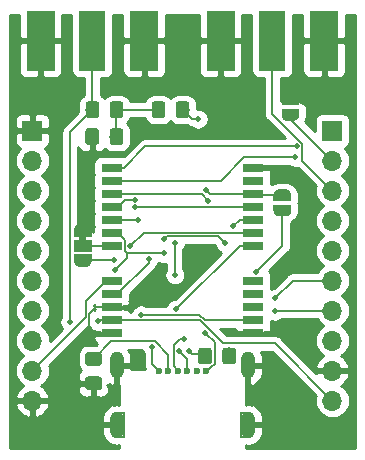
<source format=gtl>
G04 #@! TF.GenerationSoftware,KiCad,Pcbnew,(5.1.4-0-10_14)*
G04 #@! TF.CreationDate,2020-02-10T15:43:12-05:00*
G04 #@! TF.ProjectId,neo8_adapter,6e656f38-5f61-4646-9170-7465722e6b69,rev?*
G04 #@! TF.SameCoordinates,Original*
G04 #@! TF.FileFunction,Copper,L1,Top*
G04 #@! TF.FilePolarity,Positive*
%FSLAX46Y46*%
G04 Gerber Fmt 4.6, Leading zero omitted, Abs format (unit mm)*
G04 Created by KiCad (PCBNEW (5.1.4-0-10_14)) date 2020-02-10 15:43:12*
%MOMM*%
%LPD*%
G04 APERTURE LIST*
%ADD10C,0.100000*%
%ADD11C,0.500000*%
%ADD12R,1.500000X1.000000*%
%ADD13R,1.800000X0.800000*%
%ADD14C,1.150000*%
%ADD15R,2.413000X5.080000*%
%ADD16R,2.286000X5.080000*%
%ADD17O,1.700000X1.700000*%
%ADD18R,1.700000X1.700000*%
%ADD19R,0.650000X0.260000*%
%ADD20R,0.250000X2.300000*%
%ADD21O,1.200000X2.300000*%
%ADD22C,0.600000*%
%ADD23C,0.508000*%
%ADD24C,0.152400*%
%ADD25C,0.127000*%
%ADD26C,0.254000*%
G04 APERTURE END LIST*
D10*
G36*
X151887200Y-102812800D02*
G01*
X151887200Y-103312800D01*
X151287200Y-103312800D01*
X151287200Y-102812800D01*
X151887200Y-102812800D01*
G37*
D11*
X151587200Y-102412800D03*
D10*
G36*
X150837200Y-102962800D02*
G01*
X150837200Y-102412800D01*
X150837802Y-102412800D01*
X150837802Y-102388266D01*
X150842612Y-102339435D01*
X150852184Y-102291310D01*
X150866428Y-102244355D01*
X150885205Y-102199022D01*
X150908336Y-102155749D01*
X150935596Y-102114950D01*
X150966724Y-102077021D01*
X151001421Y-102042324D01*
X151039350Y-102011196D01*
X151080149Y-101983936D01*
X151123422Y-101960805D01*
X151168755Y-101942028D01*
X151215710Y-101927784D01*
X151263835Y-101918212D01*
X151312666Y-101913402D01*
X151337200Y-101913402D01*
X151337200Y-101912800D01*
X151837200Y-101912800D01*
X151837200Y-101913402D01*
X151861734Y-101913402D01*
X151910565Y-101918212D01*
X151958690Y-101927784D01*
X152005645Y-101942028D01*
X152050978Y-101960805D01*
X152094251Y-101983936D01*
X152135050Y-102011196D01*
X152172979Y-102042324D01*
X152207676Y-102077021D01*
X152238804Y-102114950D01*
X152266064Y-102155749D01*
X152289195Y-102199022D01*
X152307972Y-102244355D01*
X152322216Y-102291310D01*
X152331788Y-102339435D01*
X152336598Y-102388266D01*
X152336598Y-102412800D01*
X152337200Y-102412800D01*
X152337200Y-102962800D01*
X150837200Y-102962800D01*
X150837200Y-102962800D01*
G37*
D12*
X151587200Y-103712800D03*
D11*
X151587200Y-105012800D03*
D10*
G36*
X152336598Y-105012800D02*
G01*
X152336598Y-105037334D01*
X152331788Y-105086165D01*
X152322216Y-105134290D01*
X152307972Y-105181245D01*
X152289195Y-105226578D01*
X152266064Y-105269851D01*
X152238804Y-105310650D01*
X152207676Y-105348579D01*
X152172979Y-105383276D01*
X152135050Y-105414404D01*
X152094251Y-105441664D01*
X152050978Y-105464795D01*
X152005645Y-105483572D01*
X151958690Y-105497816D01*
X151910565Y-105507388D01*
X151861734Y-105512198D01*
X151837200Y-105512198D01*
X151837200Y-105512800D01*
X151337200Y-105512800D01*
X151337200Y-105512198D01*
X151312666Y-105512198D01*
X151263835Y-105507388D01*
X151215710Y-105497816D01*
X151168755Y-105483572D01*
X151123422Y-105464795D01*
X151080149Y-105441664D01*
X151039350Y-105414404D01*
X151001421Y-105383276D01*
X150966724Y-105348579D01*
X150935596Y-105310650D01*
X150908336Y-105269851D01*
X150885205Y-105226578D01*
X150866428Y-105181245D01*
X150852184Y-105134290D01*
X150842612Y-105086165D01*
X150837802Y-105037334D01*
X150837802Y-105012800D01*
X150837200Y-105012800D01*
X150837200Y-104462800D01*
X152337200Y-104462800D01*
X152337200Y-105012800D01*
X152336598Y-105012800D01*
X152336598Y-105012800D01*
G37*
D13*
X166020000Y-97140000D03*
X166020000Y-98240000D03*
X166020000Y-99340000D03*
X166020000Y-100440000D03*
X166020000Y-101540000D03*
X166020000Y-102640000D03*
X166020000Y-103740000D03*
X166020000Y-106740000D03*
X166020000Y-107840000D03*
X166020000Y-108940000D03*
X166020000Y-110040000D03*
X166020000Y-111140000D03*
X154020000Y-111140000D03*
X154020000Y-110040000D03*
X154020000Y-108940000D03*
X154020000Y-107840000D03*
X154020000Y-106740000D03*
X154020000Y-103740000D03*
X154020000Y-102640000D03*
X154020000Y-101540000D03*
X154020000Y-100440000D03*
X154020000Y-99340000D03*
X154020000Y-98240000D03*
X154020000Y-97140000D03*
D10*
G36*
X160387505Y-91503204D02*
G01*
X160411773Y-91506804D01*
X160435572Y-91512765D01*
X160458671Y-91521030D01*
X160480850Y-91531520D01*
X160501893Y-91544132D01*
X160521599Y-91558747D01*
X160539777Y-91575223D01*
X160556253Y-91593401D01*
X160570868Y-91613107D01*
X160583480Y-91634150D01*
X160593970Y-91656329D01*
X160602235Y-91679428D01*
X160608196Y-91703227D01*
X160611796Y-91727495D01*
X160613000Y-91751999D01*
X160613000Y-92652001D01*
X160611796Y-92676505D01*
X160608196Y-92700773D01*
X160602235Y-92724572D01*
X160593970Y-92747671D01*
X160583480Y-92769850D01*
X160570868Y-92790893D01*
X160556253Y-92810599D01*
X160539777Y-92828777D01*
X160521599Y-92845253D01*
X160501893Y-92859868D01*
X160480850Y-92872480D01*
X160458671Y-92882970D01*
X160435572Y-92891235D01*
X160411773Y-92897196D01*
X160387505Y-92900796D01*
X160363001Y-92902000D01*
X159712999Y-92902000D01*
X159688495Y-92900796D01*
X159664227Y-92897196D01*
X159640428Y-92891235D01*
X159617329Y-92882970D01*
X159595150Y-92872480D01*
X159574107Y-92859868D01*
X159554401Y-92845253D01*
X159536223Y-92828777D01*
X159519747Y-92810599D01*
X159505132Y-92790893D01*
X159492520Y-92769850D01*
X159482030Y-92747671D01*
X159473765Y-92724572D01*
X159467804Y-92700773D01*
X159464204Y-92676505D01*
X159463000Y-92652001D01*
X159463000Y-91751999D01*
X159464204Y-91727495D01*
X159467804Y-91703227D01*
X159473765Y-91679428D01*
X159482030Y-91656329D01*
X159492520Y-91634150D01*
X159505132Y-91613107D01*
X159519747Y-91593401D01*
X159536223Y-91575223D01*
X159554401Y-91558747D01*
X159574107Y-91544132D01*
X159595150Y-91531520D01*
X159617329Y-91521030D01*
X159640428Y-91512765D01*
X159664227Y-91506804D01*
X159688495Y-91503204D01*
X159712999Y-91502000D01*
X160363001Y-91502000D01*
X160387505Y-91503204D01*
X160387505Y-91503204D01*
G37*
D14*
X160038000Y-92202000D03*
D10*
G36*
X158337505Y-91503204D02*
G01*
X158361773Y-91506804D01*
X158385572Y-91512765D01*
X158408671Y-91521030D01*
X158430850Y-91531520D01*
X158451893Y-91544132D01*
X158471599Y-91558747D01*
X158489777Y-91575223D01*
X158506253Y-91593401D01*
X158520868Y-91613107D01*
X158533480Y-91634150D01*
X158543970Y-91656329D01*
X158552235Y-91679428D01*
X158558196Y-91703227D01*
X158561796Y-91727495D01*
X158563000Y-91751999D01*
X158563000Y-92652001D01*
X158561796Y-92676505D01*
X158558196Y-92700773D01*
X158552235Y-92724572D01*
X158543970Y-92747671D01*
X158533480Y-92769850D01*
X158520868Y-92790893D01*
X158506253Y-92810599D01*
X158489777Y-92828777D01*
X158471599Y-92845253D01*
X158451893Y-92859868D01*
X158430850Y-92872480D01*
X158408671Y-92882970D01*
X158385572Y-92891235D01*
X158361773Y-92897196D01*
X158337505Y-92900796D01*
X158313001Y-92902000D01*
X157662999Y-92902000D01*
X157638495Y-92900796D01*
X157614227Y-92897196D01*
X157590428Y-92891235D01*
X157567329Y-92882970D01*
X157545150Y-92872480D01*
X157524107Y-92859868D01*
X157504401Y-92845253D01*
X157486223Y-92828777D01*
X157469747Y-92810599D01*
X157455132Y-92790893D01*
X157442520Y-92769850D01*
X157432030Y-92747671D01*
X157423765Y-92724572D01*
X157417804Y-92700773D01*
X157414204Y-92676505D01*
X157413000Y-92652001D01*
X157413000Y-91751999D01*
X157414204Y-91727495D01*
X157417804Y-91703227D01*
X157423765Y-91679428D01*
X157432030Y-91656329D01*
X157442520Y-91634150D01*
X157455132Y-91613107D01*
X157469747Y-91593401D01*
X157486223Y-91575223D01*
X157504401Y-91558747D01*
X157524107Y-91544132D01*
X157545150Y-91531520D01*
X157567329Y-91521030D01*
X157590428Y-91512765D01*
X157614227Y-91506804D01*
X157638495Y-91503204D01*
X157662999Y-91502000D01*
X158313001Y-91502000D01*
X158337505Y-91503204D01*
X158337505Y-91503204D01*
G37*
D14*
X157988000Y-92202000D03*
D10*
G36*
X162281905Y-112369304D02*
G01*
X162306173Y-112372904D01*
X162329972Y-112378865D01*
X162353071Y-112387130D01*
X162375250Y-112397620D01*
X162396293Y-112410232D01*
X162415999Y-112424847D01*
X162434177Y-112441323D01*
X162450653Y-112459501D01*
X162465268Y-112479207D01*
X162477880Y-112500250D01*
X162488370Y-112522429D01*
X162496635Y-112545528D01*
X162502596Y-112569327D01*
X162506196Y-112593595D01*
X162507400Y-112618099D01*
X162507400Y-113518101D01*
X162506196Y-113542605D01*
X162502596Y-113566873D01*
X162496635Y-113590672D01*
X162488370Y-113613771D01*
X162477880Y-113635950D01*
X162465268Y-113656993D01*
X162450653Y-113676699D01*
X162434177Y-113694877D01*
X162415999Y-113711353D01*
X162396293Y-113725968D01*
X162375250Y-113738580D01*
X162353071Y-113749070D01*
X162329972Y-113757335D01*
X162306173Y-113763296D01*
X162281905Y-113766896D01*
X162257401Y-113768100D01*
X161607399Y-113768100D01*
X161582895Y-113766896D01*
X161558627Y-113763296D01*
X161534828Y-113757335D01*
X161511729Y-113749070D01*
X161489550Y-113738580D01*
X161468507Y-113725968D01*
X161448801Y-113711353D01*
X161430623Y-113694877D01*
X161414147Y-113676699D01*
X161399532Y-113656993D01*
X161386920Y-113635950D01*
X161376430Y-113613771D01*
X161368165Y-113590672D01*
X161362204Y-113566873D01*
X161358604Y-113542605D01*
X161357400Y-113518101D01*
X161357400Y-112618099D01*
X161358604Y-112593595D01*
X161362204Y-112569327D01*
X161368165Y-112545528D01*
X161376430Y-112522429D01*
X161386920Y-112500250D01*
X161399532Y-112479207D01*
X161414147Y-112459501D01*
X161430623Y-112441323D01*
X161448801Y-112424847D01*
X161468507Y-112410232D01*
X161489550Y-112397620D01*
X161511729Y-112387130D01*
X161534828Y-112378865D01*
X161558627Y-112372904D01*
X161582895Y-112369304D01*
X161607399Y-112368100D01*
X162257401Y-112368100D01*
X162281905Y-112369304D01*
X162281905Y-112369304D01*
G37*
D14*
X161932400Y-113068100D03*
D10*
G36*
X164331905Y-112369304D02*
G01*
X164356173Y-112372904D01*
X164379972Y-112378865D01*
X164403071Y-112387130D01*
X164425250Y-112397620D01*
X164446293Y-112410232D01*
X164465999Y-112424847D01*
X164484177Y-112441323D01*
X164500653Y-112459501D01*
X164515268Y-112479207D01*
X164527880Y-112500250D01*
X164538370Y-112522429D01*
X164546635Y-112545528D01*
X164552596Y-112569327D01*
X164556196Y-112593595D01*
X164557400Y-112618099D01*
X164557400Y-113518101D01*
X164556196Y-113542605D01*
X164552596Y-113566873D01*
X164546635Y-113590672D01*
X164538370Y-113613771D01*
X164527880Y-113635950D01*
X164515268Y-113656993D01*
X164500653Y-113676699D01*
X164484177Y-113694877D01*
X164465999Y-113711353D01*
X164446293Y-113725968D01*
X164425250Y-113738580D01*
X164403071Y-113749070D01*
X164379972Y-113757335D01*
X164356173Y-113763296D01*
X164331905Y-113766896D01*
X164307401Y-113768100D01*
X163657399Y-113768100D01*
X163632895Y-113766896D01*
X163608627Y-113763296D01*
X163584828Y-113757335D01*
X163561729Y-113749070D01*
X163539550Y-113738580D01*
X163518507Y-113725968D01*
X163498801Y-113711353D01*
X163480623Y-113694877D01*
X163464147Y-113676699D01*
X163449532Y-113656993D01*
X163436920Y-113635950D01*
X163426430Y-113613771D01*
X163418165Y-113590672D01*
X163412204Y-113566873D01*
X163408604Y-113542605D01*
X163407400Y-113518101D01*
X163407400Y-112618099D01*
X163408604Y-112593595D01*
X163412204Y-112569327D01*
X163418165Y-112545528D01*
X163426430Y-112522429D01*
X163436920Y-112500250D01*
X163449532Y-112479207D01*
X163464147Y-112459501D01*
X163480623Y-112441323D01*
X163498801Y-112424847D01*
X163518507Y-112410232D01*
X163539550Y-112397620D01*
X163561729Y-112387130D01*
X163584828Y-112378865D01*
X163608627Y-112372904D01*
X163632895Y-112369304D01*
X163657399Y-112368100D01*
X164307401Y-112368100D01*
X164331905Y-112369304D01*
X164331905Y-112369304D01*
G37*
D14*
X163982400Y-113068100D03*
D10*
G36*
X152976105Y-114793004D02*
G01*
X153000373Y-114796604D01*
X153024172Y-114802565D01*
X153047271Y-114810830D01*
X153069450Y-114821320D01*
X153090493Y-114833932D01*
X153110199Y-114848547D01*
X153128377Y-114865023D01*
X153144853Y-114883201D01*
X153159468Y-114902907D01*
X153172080Y-114923950D01*
X153182570Y-114946129D01*
X153190835Y-114969228D01*
X153196796Y-114993027D01*
X153200396Y-115017295D01*
X153201600Y-115041799D01*
X153201600Y-115691801D01*
X153200396Y-115716305D01*
X153196796Y-115740573D01*
X153190835Y-115764372D01*
X153182570Y-115787471D01*
X153172080Y-115809650D01*
X153159468Y-115830693D01*
X153144853Y-115850399D01*
X153128377Y-115868577D01*
X153110199Y-115885053D01*
X153090493Y-115899668D01*
X153069450Y-115912280D01*
X153047271Y-115922770D01*
X153024172Y-115931035D01*
X153000373Y-115936996D01*
X152976105Y-115940596D01*
X152951601Y-115941800D01*
X152051599Y-115941800D01*
X152027095Y-115940596D01*
X152002827Y-115936996D01*
X151979028Y-115931035D01*
X151955929Y-115922770D01*
X151933750Y-115912280D01*
X151912707Y-115899668D01*
X151893001Y-115885053D01*
X151874823Y-115868577D01*
X151858347Y-115850399D01*
X151843732Y-115830693D01*
X151831120Y-115809650D01*
X151820630Y-115787471D01*
X151812365Y-115764372D01*
X151806404Y-115740573D01*
X151802804Y-115716305D01*
X151801600Y-115691801D01*
X151801600Y-115041799D01*
X151802804Y-115017295D01*
X151806404Y-114993027D01*
X151812365Y-114969228D01*
X151820630Y-114946129D01*
X151831120Y-114923950D01*
X151843732Y-114902907D01*
X151858347Y-114883201D01*
X151874823Y-114865023D01*
X151893001Y-114848547D01*
X151912707Y-114833932D01*
X151933750Y-114821320D01*
X151955929Y-114810830D01*
X151979028Y-114802565D01*
X152002827Y-114796604D01*
X152027095Y-114793004D01*
X152051599Y-114791800D01*
X152951601Y-114791800D01*
X152976105Y-114793004D01*
X152976105Y-114793004D01*
G37*
D14*
X152501600Y-115366800D03*
D10*
G36*
X152976105Y-112743004D02*
G01*
X153000373Y-112746604D01*
X153024172Y-112752565D01*
X153047271Y-112760830D01*
X153069450Y-112771320D01*
X153090493Y-112783932D01*
X153110199Y-112798547D01*
X153128377Y-112815023D01*
X153144853Y-112833201D01*
X153159468Y-112852907D01*
X153172080Y-112873950D01*
X153182570Y-112896129D01*
X153190835Y-112919228D01*
X153196796Y-112943027D01*
X153200396Y-112967295D01*
X153201600Y-112991799D01*
X153201600Y-113641801D01*
X153200396Y-113666305D01*
X153196796Y-113690573D01*
X153190835Y-113714372D01*
X153182570Y-113737471D01*
X153172080Y-113759650D01*
X153159468Y-113780693D01*
X153144853Y-113800399D01*
X153128377Y-113818577D01*
X153110199Y-113835053D01*
X153090493Y-113849668D01*
X153069450Y-113862280D01*
X153047271Y-113872770D01*
X153024172Y-113881035D01*
X153000373Y-113886996D01*
X152976105Y-113890596D01*
X152951601Y-113891800D01*
X152051599Y-113891800D01*
X152027095Y-113890596D01*
X152002827Y-113886996D01*
X151979028Y-113881035D01*
X151955929Y-113872770D01*
X151933750Y-113862280D01*
X151912707Y-113849668D01*
X151893001Y-113835053D01*
X151874823Y-113818577D01*
X151858347Y-113800399D01*
X151843732Y-113780693D01*
X151831120Y-113759650D01*
X151820630Y-113737471D01*
X151812365Y-113714372D01*
X151806404Y-113690573D01*
X151802804Y-113666305D01*
X151801600Y-113641801D01*
X151801600Y-112991799D01*
X151802804Y-112967295D01*
X151806404Y-112943027D01*
X151812365Y-112919228D01*
X151820630Y-112896129D01*
X151831120Y-112873950D01*
X151843732Y-112852907D01*
X151858347Y-112833201D01*
X151874823Y-112815023D01*
X151893001Y-112798547D01*
X151912707Y-112783932D01*
X151933750Y-112771320D01*
X151955929Y-112760830D01*
X151979028Y-112752565D01*
X152002827Y-112746604D01*
X152027095Y-112743004D01*
X152051599Y-112741800D01*
X152951601Y-112741800D01*
X152976105Y-112743004D01*
X152976105Y-112743004D01*
G37*
D14*
X152501600Y-113316800D03*
D10*
G36*
X152749505Y-91503204D02*
G01*
X152773773Y-91506804D01*
X152797572Y-91512765D01*
X152820671Y-91521030D01*
X152842850Y-91531520D01*
X152863893Y-91544132D01*
X152883599Y-91558747D01*
X152901777Y-91575223D01*
X152918253Y-91593401D01*
X152932868Y-91613107D01*
X152945480Y-91634150D01*
X152955970Y-91656329D01*
X152964235Y-91679428D01*
X152970196Y-91703227D01*
X152973796Y-91727495D01*
X152975000Y-91751999D01*
X152975000Y-92652001D01*
X152973796Y-92676505D01*
X152970196Y-92700773D01*
X152964235Y-92724572D01*
X152955970Y-92747671D01*
X152945480Y-92769850D01*
X152932868Y-92790893D01*
X152918253Y-92810599D01*
X152901777Y-92828777D01*
X152883599Y-92845253D01*
X152863893Y-92859868D01*
X152842850Y-92872480D01*
X152820671Y-92882970D01*
X152797572Y-92891235D01*
X152773773Y-92897196D01*
X152749505Y-92900796D01*
X152725001Y-92902000D01*
X152074999Y-92902000D01*
X152050495Y-92900796D01*
X152026227Y-92897196D01*
X152002428Y-92891235D01*
X151979329Y-92882970D01*
X151957150Y-92872480D01*
X151936107Y-92859868D01*
X151916401Y-92845253D01*
X151898223Y-92828777D01*
X151881747Y-92810599D01*
X151867132Y-92790893D01*
X151854520Y-92769850D01*
X151844030Y-92747671D01*
X151835765Y-92724572D01*
X151829804Y-92700773D01*
X151826204Y-92676505D01*
X151825000Y-92652001D01*
X151825000Y-91751999D01*
X151826204Y-91727495D01*
X151829804Y-91703227D01*
X151835765Y-91679428D01*
X151844030Y-91656329D01*
X151854520Y-91634150D01*
X151867132Y-91613107D01*
X151881747Y-91593401D01*
X151898223Y-91575223D01*
X151916401Y-91558747D01*
X151936107Y-91544132D01*
X151957150Y-91531520D01*
X151979329Y-91521030D01*
X152002428Y-91512765D01*
X152026227Y-91506804D01*
X152050495Y-91503204D01*
X152074999Y-91502000D01*
X152725001Y-91502000D01*
X152749505Y-91503204D01*
X152749505Y-91503204D01*
G37*
D14*
X152400000Y-92202000D03*
D10*
G36*
X154799505Y-91503204D02*
G01*
X154823773Y-91506804D01*
X154847572Y-91512765D01*
X154870671Y-91521030D01*
X154892850Y-91531520D01*
X154913893Y-91544132D01*
X154933599Y-91558747D01*
X154951777Y-91575223D01*
X154968253Y-91593401D01*
X154982868Y-91613107D01*
X154995480Y-91634150D01*
X155005970Y-91656329D01*
X155014235Y-91679428D01*
X155020196Y-91703227D01*
X155023796Y-91727495D01*
X155025000Y-91751999D01*
X155025000Y-92652001D01*
X155023796Y-92676505D01*
X155020196Y-92700773D01*
X155014235Y-92724572D01*
X155005970Y-92747671D01*
X154995480Y-92769850D01*
X154982868Y-92790893D01*
X154968253Y-92810599D01*
X154951777Y-92828777D01*
X154933599Y-92845253D01*
X154913893Y-92859868D01*
X154892850Y-92872480D01*
X154870671Y-92882970D01*
X154847572Y-92891235D01*
X154823773Y-92897196D01*
X154799505Y-92900796D01*
X154775001Y-92902000D01*
X154124999Y-92902000D01*
X154100495Y-92900796D01*
X154076227Y-92897196D01*
X154052428Y-92891235D01*
X154029329Y-92882970D01*
X154007150Y-92872480D01*
X153986107Y-92859868D01*
X153966401Y-92845253D01*
X153948223Y-92828777D01*
X153931747Y-92810599D01*
X153917132Y-92790893D01*
X153904520Y-92769850D01*
X153894030Y-92747671D01*
X153885765Y-92724572D01*
X153879804Y-92700773D01*
X153876204Y-92676505D01*
X153875000Y-92652001D01*
X153875000Y-91751999D01*
X153876204Y-91727495D01*
X153879804Y-91703227D01*
X153885765Y-91679428D01*
X153894030Y-91656329D01*
X153904520Y-91634150D01*
X153917132Y-91613107D01*
X153931747Y-91593401D01*
X153948223Y-91575223D01*
X153966401Y-91558747D01*
X153986107Y-91544132D01*
X154007150Y-91531520D01*
X154029329Y-91521030D01*
X154052428Y-91512765D01*
X154076227Y-91506804D01*
X154100495Y-91503204D01*
X154124999Y-91502000D01*
X154775001Y-91502000D01*
X154799505Y-91503204D01*
X154799505Y-91503204D01*
G37*
D14*
X154450000Y-92202000D03*
D11*
X169164000Y-91348800D03*
D10*
G36*
X168414602Y-91348800D02*
G01*
X168414602Y-91324266D01*
X168419412Y-91275435D01*
X168428984Y-91227310D01*
X168443228Y-91180355D01*
X168462005Y-91135022D01*
X168485136Y-91091749D01*
X168512396Y-91050950D01*
X168543524Y-91013021D01*
X168578221Y-90978324D01*
X168616150Y-90947196D01*
X168656949Y-90919936D01*
X168700222Y-90896805D01*
X168745555Y-90878028D01*
X168792510Y-90863784D01*
X168840635Y-90854212D01*
X168889466Y-90849402D01*
X168914000Y-90849402D01*
X168914000Y-90848800D01*
X169414000Y-90848800D01*
X169414000Y-90849402D01*
X169438534Y-90849402D01*
X169487365Y-90854212D01*
X169535490Y-90863784D01*
X169582445Y-90878028D01*
X169627778Y-90896805D01*
X169671051Y-90919936D01*
X169711850Y-90947196D01*
X169749779Y-90978324D01*
X169784476Y-91013021D01*
X169815604Y-91050950D01*
X169842864Y-91091749D01*
X169865995Y-91135022D01*
X169884772Y-91180355D01*
X169899016Y-91227310D01*
X169908588Y-91275435D01*
X169913398Y-91324266D01*
X169913398Y-91348800D01*
X169914000Y-91348800D01*
X169914000Y-91848800D01*
X168414000Y-91848800D01*
X168414000Y-91348800D01*
X168414602Y-91348800D01*
X168414602Y-91348800D01*
G37*
D11*
X169164000Y-92648800D03*
D10*
G36*
X169914000Y-92148800D02*
G01*
X169914000Y-92648800D01*
X169913398Y-92648800D01*
X169913398Y-92673334D01*
X169908588Y-92722165D01*
X169899016Y-92770290D01*
X169884772Y-92817245D01*
X169865995Y-92862578D01*
X169842864Y-92905851D01*
X169815604Y-92946650D01*
X169784476Y-92984579D01*
X169749779Y-93019276D01*
X169711850Y-93050404D01*
X169671051Y-93077664D01*
X169627778Y-93100795D01*
X169582445Y-93119572D01*
X169535490Y-93133816D01*
X169487365Y-93143388D01*
X169438534Y-93148198D01*
X169414000Y-93148198D01*
X169414000Y-93148800D01*
X168914000Y-93148800D01*
X168914000Y-93148198D01*
X168889466Y-93148198D01*
X168840635Y-93143388D01*
X168792510Y-93133816D01*
X168745555Y-93119572D01*
X168700222Y-93100795D01*
X168656949Y-93077664D01*
X168616150Y-93050404D01*
X168578221Y-93019276D01*
X168543524Y-92984579D01*
X168512396Y-92946650D01*
X168485136Y-92905851D01*
X168462005Y-92862578D01*
X168443228Y-92817245D01*
X168428984Y-92770290D01*
X168419412Y-92722165D01*
X168414602Y-92673334D01*
X168414602Y-92648800D01*
X168414000Y-92648800D01*
X168414000Y-92148800D01*
X169914000Y-92148800D01*
X169914000Y-92148800D01*
G37*
D11*
X168478200Y-100751400D03*
D10*
G36*
X169227598Y-100751400D02*
G01*
X169227598Y-100775934D01*
X169222788Y-100824765D01*
X169213216Y-100872890D01*
X169198972Y-100919845D01*
X169180195Y-100965178D01*
X169157064Y-101008451D01*
X169129804Y-101049250D01*
X169098676Y-101087179D01*
X169063979Y-101121876D01*
X169026050Y-101153004D01*
X168985251Y-101180264D01*
X168941978Y-101203395D01*
X168896645Y-101222172D01*
X168849690Y-101236416D01*
X168801565Y-101245988D01*
X168752734Y-101250798D01*
X168728200Y-101250798D01*
X168728200Y-101251400D01*
X168228200Y-101251400D01*
X168228200Y-101250798D01*
X168203666Y-101250798D01*
X168154835Y-101245988D01*
X168106710Y-101236416D01*
X168059755Y-101222172D01*
X168014422Y-101203395D01*
X167971149Y-101180264D01*
X167930350Y-101153004D01*
X167892421Y-101121876D01*
X167857724Y-101087179D01*
X167826596Y-101049250D01*
X167799336Y-101008451D01*
X167776205Y-100965178D01*
X167757428Y-100919845D01*
X167743184Y-100872890D01*
X167733612Y-100824765D01*
X167728802Y-100775934D01*
X167728802Y-100751400D01*
X167728200Y-100751400D01*
X167728200Y-100251400D01*
X169228200Y-100251400D01*
X169228200Y-100751400D01*
X169227598Y-100751400D01*
X169227598Y-100751400D01*
G37*
D11*
X168478200Y-99451400D03*
D10*
G36*
X167728200Y-99951400D02*
G01*
X167728200Y-99451400D01*
X167728802Y-99451400D01*
X167728802Y-99426866D01*
X167733612Y-99378035D01*
X167743184Y-99329910D01*
X167757428Y-99282955D01*
X167776205Y-99237622D01*
X167799336Y-99194349D01*
X167826596Y-99153550D01*
X167857724Y-99115621D01*
X167892421Y-99080924D01*
X167930350Y-99049796D01*
X167971149Y-99022536D01*
X168014422Y-98999405D01*
X168059755Y-98980628D01*
X168106710Y-98966384D01*
X168154835Y-98956812D01*
X168203666Y-98952002D01*
X168228200Y-98952002D01*
X168228200Y-98951400D01*
X168728200Y-98951400D01*
X168728200Y-98952002D01*
X168752734Y-98952002D01*
X168801565Y-98956812D01*
X168849690Y-98966384D01*
X168896645Y-98980628D01*
X168941978Y-98999405D01*
X168985251Y-99022536D01*
X169026050Y-99049796D01*
X169063979Y-99080924D01*
X169098676Y-99115621D01*
X169129804Y-99153550D01*
X169157064Y-99194349D01*
X169180195Y-99237622D01*
X169198972Y-99282955D01*
X169213216Y-99329910D01*
X169222788Y-99378035D01*
X169227598Y-99426866D01*
X169227598Y-99451400D01*
X169228200Y-99451400D01*
X169228200Y-99951400D01*
X167728200Y-99951400D01*
X167728200Y-99951400D01*
G37*
D15*
X172021500Y-86360000D03*
D16*
X167640000Y-86360000D03*
D15*
X163258500Y-86360000D03*
X156781500Y-86360000D03*
D16*
X152400000Y-86360000D03*
D15*
X148018500Y-86360000D03*
D17*
X172720000Y-116840000D03*
X172720000Y-114300000D03*
X172720000Y-111760000D03*
X172720000Y-109220000D03*
X172720000Y-106680000D03*
X172720000Y-104140000D03*
X172720000Y-101600000D03*
X172720000Y-99060000D03*
X172720000Y-96520000D03*
D18*
X172720000Y-93980000D03*
D19*
X154850000Y-117880000D03*
X154850000Y-119920000D03*
D20*
X155050000Y-118900000D03*
D19*
X165240000Y-119920000D03*
X165240000Y-117880000D03*
D20*
X164990000Y-118900000D03*
D21*
X154470000Y-118900000D03*
X165570000Y-118900000D03*
X154470000Y-113850000D03*
X165570000Y-113850000D03*
D22*
X158020000Y-114300000D03*
X158820000Y-114300000D03*
X159620000Y-114300000D03*
X160420000Y-114300000D03*
X161220000Y-114300000D03*
X162020000Y-114300000D03*
D17*
X147320000Y-116840000D03*
X147320000Y-114300000D03*
X147320000Y-111760000D03*
X147320000Y-109220000D03*
X147320000Y-106680000D03*
X147320000Y-104140000D03*
X147320000Y-101600000D03*
X147320000Y-99060000D03*
X147320000Y-96520000D03*
D18*
X147320000Y-93980000D03*
D10*
G36*
X152731505Y-93789204D02*
G01*
X152755773Y-93792804D01*
X152779572Y-93798765D01*
X152802671Y-93807030D01*
X152824850Y-93817520D01*
X152845893Y-93830132D01*
X152865599Y-93844747D01*
X152883777Y-93861223D01*
X152900253Y-93879401D01*
X152914868Y-93899107D01*
X152927480Y-93920150D01*
X152937970Y-93942329D01*
X152946235Y-93965428D01*
X152952196Y-93989227D01*
X152955796Y-94013495D01*
X152957000Y-94037999D01*
X152957000Y-94938001D01*
X152955796Y-94962505D01*
X152952196Y-94986773D01*
X152946235Y-95010572D01*
X152937970Y-95033671D01*
X152927480Y-95055850D01*
X152914868Y-95076893D01*
X152900253Y-95096599D01*
X152883777Y-95114777D01*
X152865599Y-95131253D01*
X152845893Y-95145868D01*
X152824850Y-95158480D01*
X152802671Y-95168970D01*
X152779572Y-95177235D01*
X152755773Y-95183196D01*
X152731505Y-95186796D01*
X152707001Y-95188000D01*
X152056999Y-95188000D01*
X152032495Y-95186796D01*
X152008227Y-95183196D01*
X151984428Y-95177235D01*
X151961329Y-95168970D01*
X151939150Y-95158480D01*
X151918107Y-95145868D01*
X151898401Y-95131253D01*
X151880223Y-95114777D01*
X151863747Y-95096599D01*
X151849132Y-95076893D01*
X151836520Y-95055850D01*
X151826030Y-95033671D01*
X151817765Y-95010572D01*
X151811804Y-94986773D01*
X151808204Y-94962505D01*
X151807000Y-94938001D01*
X151807000Y-94037999D01*
X151808204Y-94013495D01*
X151811804Y-93989227D01*
X151817765Y-93965428D01*
X151826030Y-93942329D01*
X151836520Y-93920150D01*
X151849132Y-93899107D01*
X151863747Y-93879401D01*
X151880223Y-93861223D01*
X151898401Y-93844747D01*
X151918107Y-93830132D01*
X151939150Y-93817520D01*
X151961329Y-93807030D01*
X151984428Y-93798765D01*
X152008227Y-93792804D01*
X152032495Y-93789204D01*
X152056999Y-93788000D01*
X152707001Y-93788000D01*
X152731505Y-93789204D01*
X152731505Y-93789204D01*
G37*
D14*
X152382000Y-94488000D03*
D10*
G36*
X154781505Y-93789204D02*
G01*
X154805773Y-93792804D01*
X154829572Y-93798765D01*
X154852671Y-93807030D01*
X154874850Y-93817520D01*
X154895893Y-93830132D01*
X154915599Y-93844747D01*
X154933777Y-93861223D01*
X154950253Y-93879401D01*
X154964868Y-93899107D01*
X154977480Y-93920150D01*
X154987970Y-93942329D01*
X154996235Y-93965428D01*
X155002196Y-93989227D01*
X155005796Y-94013495D01*
X155007000Y-94037999D01*
X155007000Y-94938001D01*
X155005796Y-94962505D01*
X155002196Y-94986773D01*
X154996235Y-95010572D01*
X154987970Y-95033671D01*
X154977480Y-95055850D01*
X154964868Y-95076893D01*
X154950253Y-95096599D01*
X154933777Y-95114777D01*
X154915599Y-95131253D01*
X154895893Y-95145868D01*
X154874850Y-95158480D01*
X154852671Y-95168970D01*
X154829572Y-95177235D01*
X154805773Y-95183196D01*
X154781505Y-95186796D01*
X154757001Y-95188000D01*
X154106999Y-95188000D01*
X154082495Y-95186796D01*
X154058227Y-95183196D01*
X154034428Y-95177235D01*
X154011329Y-95168970D01*
X153989150Y-95158480D01*
X153968107Y-95145868D01*
X153948401Y-95131253D01*
X153930223Y-95114777D01*
X153913747Y-95096599D01*
X153899132Y-95076893D01*
X153886520Y-95055850D01*
X153876030Y-95033671D01*
X153867765Y-95010572D01*
X153861804Y-94986773D01*
X153858204Y-94962505D01*
X153857000Y-94938001D01*
X153857000Y-94037999D01*
X153858204Y-94013495D01*
X153861804Y-93989227D01*
X153867765Y-93965428D01*
X153876030Y-93942329D01*
X153886520Y-93920150D01*
X153899132Y-93899107D01*
X153913747Y-93879401D01*
X153930223Y-93861223D01*
X153948401Y-93844747D01*
X153968107Y-93830132D01*
X153989150Y-93817520D01*
X154011329Y-93807030D01*
X154034428Y-93798765D01*
X154058227Y-93792804D01*
X154082495Y-93789204D01*
X154106999Y-93788000D01*
X154757001Y-93788000D01*
X154781505Y-93789204D01*
X154781505Y-93789204D01*
G37*
D14*
X154432000Y-94488000D03*
D23*
X151587200Y-102539800D03*
X164000400Y-112568998D03*
X169341800Y-97459800D03*
X156387800Y-107467400D03*
X152146000Y-111252000D03*
X156794200Y-89738200D03*
X148031200Y-89712800D03*
X163245800Y-89712800D03*
X172059600Y-89738200D03*
X159385000Y-106172000D03*
X161925000Y-111125000D03*
X157458041Y-112289589D03*
X161366200Y-93014800D03*
X166268400Y-105958998D03*
X168478200Y-100718391D03*
X165967700Y-98319300D03*
X156540200Y-109582790D03*
X159486600Y-109118400D03*
X155580411Y-103789773D03*
X164338000Y-102057210D03*
X156027476Y-100456994D03*
X162026600Y-99009200D03*
X159715195Y-112614292D03*
X160146321Y-111646035D03*
X160604200Y-112649000D03*
X150495000Y-110159800D03*
X152866541Y-110136653D03*
X157208215Y-104829778D03*
X167868600Y-109270800D03*
X154254200Y-104927400D03*
X167894000Y-108178600D03*
X158445200Y-104383714D03*
X154305000Y-105765600D03*
X163626800Y-103504979D03*
X158474098Y-103189892D03*
X156242800Y-101549200D03*
X156032200Y-99822000D03*
X162229800Y-99923600D03*
X169595800Y-96240600D03*
X169722800Y-95326200D03*
X159410400Y-103479600D03*
D24*
X152674085Y-108940000D02*
X154020000Y-108940000D01*
X152146000Y-109468085D02*
X152674085Y-108940000D01*
X152146000Y-111252000D02*
X152146000Y-109468085D01*
X157458041Y-113738041D02*
X157458041Y-112289589D01*
X158020000Y-114300000D02*
X157458041Y-113738041D01*
X162814000Y-111912400D02*
X161925000Y-111125000D01*
X162775900Y-113753900D02*
X162814000Y-111912400D01*
X162020000Y-114300000D02*
X162775900Y-113753900D01*
X154432000Y-92220000D02*
X154450000Y-92202000D01*
X154432000Y-94488000D02*
X154432000Y-92220000D01*
X157988000Y-92202000D02*
X154450000Y-92202000D01*
X160850800Y-93014800D02*
X161366200Y-93014800D01*
X160038000Y-92202000D02*
X160850800Y-93014800D01*
X166268400Y-105958998D02*
X168478200Y-103749198D01*
X168478200Y-101077601D02*
X168478200Y-100718391D01*
X168478200Y-103749198D02*
X168478200Y-101077601D01*
X147320000Y-114300000D02*
X151866589Y-109753411D01*
X151866589Y-109753411D02*
X151866589Y-108393411D01*
X151866589Y-108393411D02*
X153520000Y-106740000D01*
X153520000Y-106740000D02*
X154020000Y-106740000D01*
X161465818Y-109582790D02*
X156540200Y-109582790D01*
X161923028Y-110040000D02*
X161465818Y-109582790D01*
X166020000Y-110040000D02*
X161923028Y-110040000D01*
X164865000Y-103740000D02*
X166020000Y-103740000D01*
X159486600Y-109118400D02*
X164865000Y-103740000D01*
X166020000Y-102640000D02*
X156730184Y-102640000D01*
X156730184Y-102640000D02*
X155580411Y-103789773D01*
X166020000Y-101540000D02*
X164855210Y-101540000D01*
X164855210Y-101540000D02*
X164338000Y-102057210D01*
X156044470Y-100440000D02*
X156027476Y-100456994D01*
X166020000Y-100440000D02*
X156044470Y-100440000D01*
X162357400Y-99340000D02*
X166020000Y-99340000D01*
X162026600Y-99009200D02*
X162357400Y-99340000D01*
X166131400Y-99451400D02*
X166020000Y-99340000D01*
X168478200Y-99451400D02*
X166131400Y-99451400D01*
D25*
X160420000Y-113319097D02*
X159715195Y-112614292D01*
X160420000Y-114300000D02*
X160420000Y-113319097D01*
X159620000Y-114300000D02*
X159270693Y-113950693D01*
X159787111Y-111646035D02*
X160146321Y-111646035D01*
X159270693Y-113950693D02*
X159270693Y-112162453D01*
X159270693Y-112162453D02*
X159787111Y-111646035D01*
D24*
X161950400Y-112903000D02*
X160858200Y-112903000D01*
X160858200Y-112903000D02*
X160604200Y-112649000D01*
X153986012Y-111832388D02*
X157677498Y-111832388D01*
X157677498Y-111832388D02*
X158820000Y-112974890D01*
X152501600Y-113316800D02*
X153986012Y-111832388D01*
X158820000Y-112974890D02*
X158820000Y-114300000D01*
X161527882Y-110040000D02*
X154020000Y-110040000D01*
X163487672Y-111999790D02*
X161527882Y-110040000D01*
X167879790Y-111999790D02*
X163487672Y-111999790D01*
X172720000Y-116840000D02*
X167879790Y-111999790D01*
X152400000Y-87757000D02*
X152400000Y-92202000D01*
X152400000Y-86360000D02*
X152400000Y-87757000D01*
X150495000Y-94107000D02*
X150495000Y-110159800D01*
X152400000Y-92202000D02*
X150495000Y-94107000D01*
X152963194Y-110040000D02*
X152866541Y-110136653D01*
X154020000Y-110040000D02*
X152963194Y-110040000D01*
X154020000Y-107840000D02*
X154520000Y-107840000D01*
X157208215Y-105151785D02*
X157208215Y-104829778D01*
X154520000Y-107840000D02*
X157208215Y-105151785D01*
X167919400Y-109220000D02*
X167868600Y-109270800D01*
X172720000Y-109220000D02*
X167919400Y-109220000D01*
X151672600Y-104927400D02*
X151587200Y-105012800D01*
X154254200Y-104927400D02*
X151672600Y-104927400D01*
X169392600Y-106680000D02*
X167894000Y-108178600D01*
X172720000Y-106680000D02*
X169392600Y-106680000D01*
X155123201Y-104170801D02*
X155318586Y-104366186D01*
X158068462Y-104366186D02*
X158085990Y-104383714D01*
X154020000Y-102640000D02*
X154520000Y-102640000D01*
X154520000Y-102640000D02*
X155123201Y-103243201D01*
X155318586Y-104366186D02*
X158068462Y-104366186D01*
X155123201Y-103243201D02*
X155123201Y-104170801D01*
X158085990Y-104383714D02*
X158445200Y-104383714D01*
X155318586Y-104752014D02*
X154305000Y-105765600D01*
X155318586Y-104366186D02*
X155318586Y-104752014D01*
X163057714Y-102935893D02*
X158728097Y-102935893D01*
X163626800Y-103504979D02*
X163057714Y-102935893D01*
X158728097Y-102935893D02*
X158474098Y-103189892D01*
X156233600Y-101540000D02*
X156242800Y-101549200D01*
X154020000Y-101540000D02*
X156233600Y-101540000D01*
X154520000Y-100440000D02*
X154020000Y-100440000D01*
X155138000Y-99822000D02*
X154520000Y-100440000D01*
X156032200Y-99822000D02*
X155138000Y-99822000D01*
X167640000Y-86360000D02*
X167640000Y-92566740D01*
X170180002Y-95106742D02*
X170180002Y-96520002D01*
X170180002Y-96520002D02*
X172720000Y-99060000D01*
X167640000Y-92566740D02*
X170180002Y-95106742D01*
X161646200Y-99340000D02*
X162229800Y-99923600D01*
X154020000Y-99340000D02*
X161646200Y-99340000D01*
X169164000Y-92964000D02*
X169164000Y-92648800D01*
X172720000Y-96520000D02*
X169164000Y-92964000D01*
X165253638Y-96240600D02*
X169595800Y-96240600D01*
X163254238Y-98240000D02*
X165253638Y-96240600D01*
X154020000Y-98240000D02*
X163254238Y-98240000D01*
X156886200Y-95326200D02*
X169722800Y-95326200D01*
X154020000Y-97140000D02*
X155072400Y-97140000D01*
X155072400Y-97140000D02*
X156886200Y-95326200D01*
X154003200Y-103723200D02*
X154020000Y-103740000D01*
X151614400Y-103740000D02*
X151587200Y-103712800D01*
X154020000Y-103740000D02*
X151614400Y-103740000D01*
X159385000Y-103505000D02*
X159410400Y-103479600D01*
X159385000Y-106172000D02*
X159385000Y-103505000D01*
D26*
G36*
X146177000Y-86074250D02*
G01*
X146335750Y-86233000D01*
X147891500Y-86233000D01*
X147891500Y-86213000D01*
X148145500Y-86213000D01*
X148145500Y-86233000D01*
X149701250Y-86233000D01*
X149860000Y-86074250D01*
X149862519Y-84226000D01*
X150618928Y-84226000D01*
X150618928Y-88900000D01*
X150631188Y-89024482D01*
X150667498Y-89144180D01*
X150726463Y-89254494D01*
X150805815Y-89351185D01*
X150902506Y-89430537D01*
X151012820Y-89489502D01*
X151132518Y-89525812D01*
X151257000Y-89538072D01*
X151688800Y-89538072D01*
X151688801Y-90956302D01*
X151581613Y-91013595D01*
X151447038Y-91124038D01*
X151336595Y-91258613D01*
X151254528Y-91412149D01*
X151203992Y-91578745D01*
X151186928Y-91751999D01*
X151186928Y-92409284D01*
X150016810Y-93579402D01*
X149989673Y-93601674D01*
X149900798Y-93709968D01*
X149834758Y-93833520D01*
X149794091Y-93967581D01*
X149783800Y-94072065D01*
X149783800Y-94072074D01*
X149780360Y-94107000D01*
X149783800Y-94141926D01*
X149783801Y-109624028D01*
X149707179Y-109738701D01*
X149640164Y-109900488D01*
X149606000Y-110072241D01*
X149606000Y-110247359D01*
X149640164Y-110419112D01*
X149707179Y-110580899D01*
X149804469Y-110726504D01*
X149846089Y-110768124D01*
X148807593Y-111806619D01*
X148812185Y-111760000D01*
X148783513Y-111468889D01*
X148698599Y-111188966D01*
X148560706Y-110930986D01*
X148375134Y-110704866D01*
X148149014Y-110519294D01*
X148094209Y-110490000D01*
X148149014Y-110460706D01*
X148375134Y-110275134D01*
X148560706Y-110049014D01*
X148698599Y-109791034D01*
X148783513Y-109511111D01*
X148812185Y-109220000D01*
X148783513Y-108928889D01*
X148698599Y-108648966D01*
X148560706Y-108390986D01*
X148375134Y-108164866D01*
X148149014Y-107979294D01*
X148094209Y-107950000D01*
X148149014Y-107920706D01*
X148375134Y-107735134D01*
X148560706Y-107509014D01*
X148698599Y-107251034D01*
X148783513Y-106971111D01*
X148812185Y-106680000D01*
X148783513Y-106388889D01*
X148698599Y-106108966D01*
X148560706Y-105850986D01*
X148375134Y-105624866D01*
X148149014Y-105439294D01*
X148094209Y-105410000D01*
X148149014Y-105380706D01*
X148375134Y-105195134D01*
X148560706Y-104969014D01*
X148698599Y-104711034D01*
X148783513Y-104431111D01*
X148812185Y-104140000D01*
X148783513Y-103848889D01*
X148698599Y-103568966D01*
X148560706Y-103310986D01*
X148375134Y-103084866D01*
X148149014Y-102899294D01*
X148094209Y-102870000D01*
X148149014Y-102840706D01*
X148375134Y-102655134D01*
X148560706Y-102429014D01*
X148698599Y-102171034D01*
X148783513Y-101891111D01*
X148812185Y-101600000D01*
X148783513Y-101308889D01*
X148698599Y-101028966D01*
X148560706Y-100770986D01*
X148375134Y-100544866D01*
X148149014Y-100359294D01*
X148094209Y-100330000D01*
X148149014Y-100300706D01*
X148375134Y-100115134D01*
X148560706Y-99889014D01*
X148698599Y-99631034D01*
X148783513Y-99351111D01*
X148812185Y-99060000D01*
X148783513Y-98768889D01*
X148698599Y-98488966D01*
X148560706Y-98230986D01*
X148375134Y-98004866D01*
X148149014Y-97819294D01*
X148094209Y-97790000D01*
X148149014Y-97760706D01*
X148375134Y-97575134D01*
X148560706Y-97349014D01*
X148698599Y-97091034D01*
X148783513Y-96811111D01*
X148812185Y-96520000D01*
X148783513Y-96228889D01*
X148698599Y-95948966D01*
X148560706Y-95690986D01*
X148375134Y-95464866D01*
X148345313Y-95440393D01*
X148414180Y-95419502D01*
X148524494Y-95360537D01*
X148621185Y-95281185D01*
X148700537Y-95184494D01*
X148759502Y-95074180D01*
X148795812Y-94954482D01*
X148808072Y-94830000D01*
X148805000Y-94265750D01*
X148646250Y-94107000D01*
X147447000Y-94107000D01*
X147447000Y-94127000D01*
X147193000Y-94127000D01*
X147193000Y-94107000D01*
X145993750Y-94107000D01*
X145835000Y-94265750D01*
X145831928Y-94830000D01*
X145844188Y-94954482D01*
X145880498Y-95074180D01*
X145939463Y-95184494D01*
X146018815Y-95281185D01*
X146115506Y-95360537D01*
X146225820Y-95419502D01*
X146294687Y-95440393D01*
X146264866Y-95464866D01*
X146079294Y-95690986D01*
X145941401Y-95948966D01*
X145856487Y-96228889D01*
X145827815Y-96520000D01*
X145856487Y-96811111D01*
X145941401Y-97091034D01*
X146079294Y-97349014D01*
X146264866Y-97575134D01*
X146490986Y-97760706D01*
X146545791Y-97790000D01*
X146490986Y-97819294D01*
X146264866Y-98004866D01*
X146079294Y-98230986D01*
X145941401Y-98488966D01*
X145856487Y-98768889D01*
X145827815Y-99060000D01*
X145856487Y-99351111D01*
X145941401Y-99631034D01*
X146079294Y-99889014D01*
X146264866Y-100115134D01*
X146490986Y-100300706D01*
X146545791Y-100330000D01*
X146490986Y-100359294D01*
X146264866Y-100544866D01*
X146079294Y-100770986D01*
X145941401Y-101028966D01*
X145856487Y-101308889D01*
X145827815Y-101600000D01*
X145856487Y-101891111D01*
X145941401Y-102171034D01*
X146079294Y-102429014D01*
X146264866Y-102655134D01*
X146490986Y-102840706D01*
X146545791Y-102870000D01*
X146490986Y-102899294D01*
X146264866Y-103084866D01*
X146079294Y-103310986D01*
X145941401Y-103568966D01*
X145856487Y-103848889D01*
X145827815Y-104140000D01*
X145856487Y-104431111D01*
X145941401Y-104711034D01*
X146079294Y-104969014D01*
X146264866Y-105195134D01*
X146490986Y-105380706D01*
X146545791Y-105410000D01*
X146490986Y-105439294D01*
X146264866Y-105624866D01*
X146079294Y-105850986D01*
X145941401Y-106108966D01*
X145856487Y-106388889D01*
X145827815Y-106680000D01*
X145856487Y-106971111D01*
X145941401Y-107251034D01*
X146079294Y-107509014D01*
X146264866Y-107735134D01*
X146490986Y-107920706D01*
X146545791Y-107950000D01*
X146490986Y-107979294D01*
X146264866Y-108164866D01*
X146079294Y-108390986D01*
X145941401Y-108648966D01*
X145856487Y-108928889D01*
X145827815Y-109220000D01*
X145856487Y-109511111D01*
X145941401Y-109791034D01*
X146079294Y-110049014D01*
X146264866Y-110275134D01*
X146490986Y-110460706D01*
X146545791Y-110490000D01*
X146490986Y-110519294D01*
X146264866Y-110704866D01*
X146079294Y-110930986D01*
X145941401Y-111188966D01*
X145856487Y-111468889D01*
X145827815Y-111760000D01*
X145856487Y-112051111D01*
X145941401Y-112331034D01*
X146079294Y-112589014D01*
X146264866Y-112815134D01*
X146490986Y-113000706D01*
X146545791Y-113030000D01*
X146490986Y-113059294D01*
X146264866Y-113244866D01*
X146079294Y-113470986D01*
X145941401Y-113728966D01*
X145856487Y-114008889D01*
X145827815Y-114300000D01*
X145856487Y-114591111D01*
X145941401Y-114871034D01*
X146079294Y-115129014D01*
X146264866Y-115355134D01*
X146490986Y-115540706D01*
X146555523Y-115575201D01*
X146438645Y-115644822D01*
X146222412Y-115839731D01*
X146048359Y-116073080D01*
X145923175Y-116335901D01*
X145878524Y-116483110D01*
X145999845Y-116713000D01*
X147193000Y-116713000D01*
X147193000Y-116693000D01*
X147447000Y-116693000D01*
X147447000Y-116713000D01*
X148640155Y-116713000D01*
X148761476Y-116483110D01*
X148716825Y-116335901D01*
X148591641Y-116073080D01*
X148493721Y-115941800D01*
X151163528Y-115941800D01*
X151175788Y-116066282D01*
X151212098Y-116185980D01*
X151271063Y-116296294D01*
X151350415Y-116392985D01*
X151447106Y-116472337D01*
X151557420Y-116531302D01*
X151677118Y-116567612D01*
X151801600Y-116579872D01*
X152215850Y-116576800D01*
X152374600Y-116418050D01*
X152374600Y-115493800D01*
X151325350Y-115493800D01*
X151166600Y-115652550D01*
X151163528Y-115941800D01*
X148493721Y-115941800D01*
X148417588Y-115839731D01*
X148201355Y-115644822D01*
X148084477Y-115575201D01*
X148149014Y-115540706D01*
X148375134Y-115355134D01*
X148560706Y-115129014D01*
X148698599Y-114871034D01*
X148783513Y-114591111D01*
X148812185Y-114300000D01*
X148783513Y-114008889D01*
X148744734Y-113881053D01*
X152075591Y-110550197D01*
X152078720Y-110557752D01*
X152176010Y-110703357D01*
X152299837Y-110827184D01*
X152445442Y-110924474D01*
X152607229Y-110991489D01*
X152625966Y-110995216D01*
X152643750Y-111013000D01*
X152715371Y-111013000D01*
X152778982Y-111025653D01*
X152868619Y-111025653D01*
X152875820Y-111029502D01*
X152995518Y-111065812D01*
X153120000Y-111078072D01*
X154167000Y-111078072D01*
X154167000Y-111121188D01*
X154020940Y-111121188D01*
X153986012Y-111117748D01*
X153951083Y-111121188D01*
X153951076Y-111121188D01*
X153846592Y-111131479D01*
X153712530Y-111172146D01*
X153588979Y-111238186D01*
X153553869Y-111267000D01*
X152643750Y-111267000D01*
X152485000Y-111425750D01*
X152481928Y-111540000D01*
X152494188Y-111664482D01*
X152530498Y-111784180D01*
X152589463Y-111894494D01*
X152668815Y-111991185D01*
X152752637Y-112059975D01*
X152708884Y-112103728D01*
X152051599Y-112103728D01*
X151878345Y-112120792D01*
X151711749Y-112171328D01*
X151558213Y-112253395D01*
X151423638Y-112363838D01*
X151313195Y-112498413D01*
X151231128Y-112651949D01*
X151180592Y-112818545D01*
X151163528Y-112991799D01*
X151163528Y-113641801D01*
X151180592Y-113815055D01*
X151231128Y-113981651D01*
X151313195Y-114135187D01*
X151423638Y-114269762D01*
X151430194Y-114275142D01*
X151350415Y-114340615D01*
X151271063Y-114437306D01*
X151212098Y-114547620D01*
X151175788Y-114667318D01*
X151163528Y-114791800D01*
X151166600Y-115081050D01*
X151325350Y-115239800D01*
X152374600Y-115239800D01*
X152374600Y-115219800D01*
X152628600Y-115219800D01*
X152628600Y-115239800D01*
X152648600Y-115239800D01*
X152648600Y-115493800D01*
X152628600Y-115493800D01*
X152628600Y-116418050D01*
X152787350Y-116576800D01*
X153201600Y-116579872D01*
X153326082Y-116567612D01*
X153445780Y-116531302D01*
X153556094Y-116472337D01*
X153652785Y-116392985D01*
X153732137Y-116296294D01*
X153791102Y-116185980D01*
X153827412Y-116066282D01*
X153839672Y-115941800D01*
X153836600Y-115652550D01*
X153677852Y-115493802D01*
X153836600Y-115493802D01*
X153836600Y-115462424D01*
X153889467Y-115497421D01*
X154114718Y-115589591D01*
X154152391Y-115593462D01*
X154343000Y-115468731D01*
X154343000Y-113977000D01*
X154323000Y-113977000D01*
X154323000Y-113723000D01*
X154343000Y-113723000D01*
X154343000Y-113703000D01*
X154597000Y-113703000D01*
X154597000Y-113723000D01*
X155705000Y-113723000D01*
X155705000Y-113173000D01*
X155656493Y-112934504D01*
X155562390Y-112710054D01*
X155450123Y-112543588D01*
X156602148Y-112543588D01*
X156603205Y-112548901D01*
X156670220Y-112710688D01*
X156746842Y-112825361D01*
X156746841Y-113703115D01*
X156743401Y-113738041D01*
X156746841Y-113772967D01*
X156746841Y-113772976D01*
X156757132Y-113877460D01*
X156797799Y-114011521D01*
X156863839Y-114135073D01*
X156874448Y-114148000D01*
X155705000Y-114148000D01*
X155705000Y-113977000D01*
X154597000Y-113977000D01*
X154597000Y-115468731D01*
X154661001Y-115510612D01*
X154661001Y-117170519D01*
X154634389Y-117185139D01*
X154564250Y-117115000D01*
X154540761Y-117112123D01*
X154416014Y-117121305D01*
X154295456Y-117154647D01*
X154212944Y-117196163D01*
X154152391Y-117156538D01*
X154114718Y-117160409D01*
X153889467Y-117252579D01*
X153686526Y-117386922D01*
X153513693Y-117558275D01*
X153377610Y-117760054D01*
X153283507Y-117984504D01*
X153235000Y-118223000D01*
X153235000Y-118773000D01*
X154343000Y-118773000D01*
X154343000Y-118667250D01*
X154448750Y-118773000D01*
X154617000Y-118773000D01*
X154617000Y-119027000D01*
X154448750Y-119027000D01*
X154343000Y-119132750D01*
X154343000Y-119027000D01*
X153235000Y-119027000D01*
X153235000Y-119577000D01*
X153283507Y-119815496D01*
X153377610Y-120039946D01*
X153513693Y-120241725D01*
X153686526Y-120413078D01*
X153889467Y-120547421D01*
X154114718Y-120639591D01*
X154152391Y-120643462D01*
X154212944Y-120603837D01*
X154295456Y-120645353D01*
X154416014Y-120678695D01*
X154540761Y-120687877D01*
X154564250Y-120685000D01*
X154634389Y-120614861D01*
X154661000Y-120629481D01*
X154661000Y-120815500D01*
X145440000Y-120815500D01*
X145440000Y-117196890D01*
X145878524Y-117196890D01*
X145923175Y-117344099D01*
X146048359Y-117606920D01*
X146222412Y-117840269D01*
X146438645Y-118035178D01*
X146688748Y-118184157D01*
X146963109Y-118281481D01*
X147193000Y-118160814D01*
X147193000Y-116967000D01*
X147447000Y-116967000D01*
X147447000Y-118160814D01*
X147676891Y-118281481D01*
X147951252Y-118184157D01*
X148201355Y-118035178D01*
X148417588Y-117840269D01*
X148591641Y-117606920D01*
X148716825Y-117344099D01*
X148761476Y-117196890D01*
X148640155Y-116967000D01*
X147447000Y-116967000D01*
X147193000Y-116967000D01*
X145999845Y-116967000D01*
X145878524Y-117196890D01*
X145440000Y-117196890D01*
X145440000Y-93130000D01*
X145831928Y-93130000D01*
X145835000Y-93694250D01*
X145993750Y-93853000D01*
X147193000Y-93853000D01*
X147193000Y-92653750D01*
X147447000Y-92653750D01*
X147447000Y-93853000D01*
X148646250Y-93853000D01*
X148805000Y-93694250D01*
X148808072Y-93130000D01*
X148795812Y-93005518D01*
X148759502Y-92885820D01*
X148700537Y-92775506D01*
X148621185Y-92678815D01*
X148524494Y-92599463D01*
X148414180Y-92540498D01*
X148294482Y-92504188D01*
X148170000Y-92491928D01*
X147605750Y-92495000D01*
X147447000Y-92653750D01*
X147193000Y-92653750D01*
X147034250Y-92495000D01*
X146470000Y-92491928D01*
X146345518Y-92504188D01*
X146225820Y-92540498D01*
X146115506Y-92599463D01*
X146018815Y-92678815D01*
X145939463Y-92775506D01*
X145880498Y-92885820D01*
X145844188Y-93005518D01*
X145831928Y-93130000D01*
X145440000Y-93130000D01*
X145440000Y-88900000D01*
X146173928Y-88900000D01*
X146186188Y-89024482D01*
X146222498Y-89144180D01*
X146281463Y-89254494D01*
X146360815Y-89351185D01*
X146457506Y-89430537D01*
X146567820Y-89489502D01*
X146687518Y-89525812D01*
X146812000Y-89538072D01*
X147732750Y-89535000D01*
X147891500Y-89376250D01*
X147891500Y-86487000D01*
X148145500Y-86487000D01*
X148145500Y-89376250D01*
X148304250Y-89535000D01*
X149225000Y-89538072D01*
X149349482Y-89525812D01*
X149469180Y-89489502D01*
X149579494Y-89430537D01*
X149676185Y-89351185D01*
X149755537Y-89254494D01*
X149814502Y-89144180D01*
X149850812Y-89024482D01*
X149863072Y-88900000D01*
X149860000Y-86645750D01*
X149701250Y-86487000D01*
X148145500Y-86487000D01*
X147891500Y-86487000D01*
X146335750Y-86487000D01*
X146177000Y-86645750D01*
X146173928Y-88900000D01*
X145440000Y-88900000D01*
X145440000Y-84226000D01*
X146174481Y-84226000D01*
X146177000Y-86074250D01*
X146177000Y-86074250D01*
G37*
X146177000Y-86074250D02*
X146335750Y-86233000D01*
X147891500Y-86233000D01*
X147891500Y-86213000D01*
X148145500Y-86213000D01*
X148145500Y-86233000D01*
X149701250Y-86233000D01*
X149860000Y-86074250D01*
X149862519Y-84226000D01*
X150618928Y-84226000D01*
X150618928Y-88900000D01*
X150631188Y-89024482D01*
X150667498Y-89144180D01*
X150726463Y-89254494D01*
X150805815Y-89351185D01*
X150902506Y-89430537D01*
X151012820Y-89489502D01*
X151132518Y-89525812D01*
X151257000Y-89538072D01*
X151688800Y-89538072D01*
X151688801Y-90956302D01*
X151581613Y-91013595D01*
X151447038Y-91124038D01*
X151336595Y-91258613D01*
X151254528Y-91412149D01*
X151203992Y-91578745D01*
X151186928Y-91751999D01*
X151186928Y-92409284D01*
X150016810Y-93579402D01*
X149989673Y-93601674D01*
X149900798Y-93709968D01*
X149834758Y-93833520D01*
X149794091Y-93967581D01*
X149783800Y-94072065D01*
X149783800Y-94072074D01*
X149780360Y-94107000D01*
X149783800Y-94141926D01*
X149783801Y-109624028D01*
X149707179Y-109738701D01*
X149640164Y-109900488D01*
X149606000Y-110072241D01*
X149606000Y-110247359D01*
X149640164Y-110419112D01*
X149707179Y-110580899D01*
X149804469Y-110726504D01*
X149846089Y-110768124D01*
X148807593Y-111806619D01*
X148812185Y-111760000D01*
X148783513Y-111468889D01*
X148698599Y-111188966D01*
X148560706Y-110930986D01*
X148375134Y-110704866D01*
X148149014Y-110519294D01*
X148094209Y-110490000D01*
X148149014Y-110460706D01*
X148375134Y-110275134D01*
X148560706Y-110049014D01*
X148698599Y-109791034D01*
X148783513Y-109511111D01*
X148812185Y-109220000D01*
X148783513Y-108928889D01*
X148698599Y-108648966D01*
X148560706Y-108390986D01*
X148375134Y-108164866D01*
X148149014Y-107979294D01*
X148094209Y-107950000D01*
X148149014Y-107920706D01*
X148375134Y-107735134D01*
X148560706Y-107509014D01*
X148698599Y-107251034D01*
X148783513Y-106971111D01*
X148812185Y-106680000D01*
X148783513Y-106388889D01*
X148698599Y-106108966D01*
X148560706Y-105850986D01*
X148375134Y-105624866D01*
X148149014Y-105439294D01*
X148094209Y-105410000D01*
X148149014Y-105380706D01*
X148375134Y-105195134D01*
X148560706Y-104969014D01*
X148698599Y-104711034D01*
X148783513Y-104431111D01*
X148812185Y-104140000D01*
X148783513Y-103848889D01*
X148698599Y-103568966D01*
X148560706Y-103310986D01*
X148375134Y-103084866D01*
X148149014Y-102899294D01*
X148094209Y-102870000D01*
X148149014Y-102840706D01*
X148375134Y-102655134D01*
X148560706Y-102429014D01*
X148698599Y-102171034D01*
X148783513Y-101891111D01*
X148812185Y-101600000D01*
X148783513Y-101308889D01*
X148698599Y-101028966D01*
X148560706Y-100770986D01*
X148375134Y-100544866D01*
X148149014Y-100359294D01*
X148094209Y-100330000D01*
X148149014Y-100300706D01*
X148375134Y-100115134D01*
X148560706Y-99889014D01*
X148698599Y-99631034D01*
X148783513Y-99351111D01*
X148812185Y-99060000D01*
X148783513Y-98768889D01*
X148698599Y-98488966D01*
X148560706Y-98230986D01*
X148375134Y-98004866D01*
X148149014Y-97819294D01*
X148094209Y-97790000D01*
X148149014Y-97760706D01*
X148375134Y-97575134D01*
X148560706Y-97349014D01*
X148698599Y-97091034D01*
X148783513Y-96811111D01*
X148812185Y-96520000D01*
X148783513Y-96228889D01*
X148698599Y-95948966D01*
X148560706Y-95690986D01*
X148375134Y-95464866D01*
X148345313Y-95440393D01*
X148414180Y-95419502D01*
X148524494Y-95360537D01*
X148621185Y-95281185D01*
X148700537Y-95184494D01*
X148759502Y-95074180D01*
X148795812Y-94954482D01*
X148808072Y-94830000D01*
X148805000Y-94265750D01*
X148646250Y-94107000D01*
X147447000Y-94107000D01*
X147447000Y-94127000D01*
X147193000Y-94127000D01*
X147193000Y-94107000D01*
X145993750Y-94107000D01*
X145835000Y-94265750D01*
X145831928Y-94830000D01*
X145844188Y-94954482D01*
X145880498Y-95074180D01*
X145939463Y-95184494D01*
X146018815Y-95281185D01*
X146115506Y-95360537D01*
X146225820Y-95419502D01*
X146294687Y-95440393D01*
X146264866Y-95464866D01*
X146079294Y-95690986D01*
X145941401Y-95948966D01*
X145856487Y-96228889D01*
X145827815Y-96520000D01*
X145856487Y-96811111D01*
X145941401Y-97091034D01*
X146079294Y-97349014D01*
X146264866Y-97575134D01*
X146490986Y-97760706D01*
X146545791Y-97790000D01*
X146490986Y-97819294D01*
X146264866Y-98004866D01*
X146079294Y-98230986D01*
X145941401Y-98488966D01*
X145856487Y-98768889D01*
X145827815Y-99060000D01*
X145856487Y-99351111D01*
X145941401Y-99631034D01*
X146079294Y-99889014D01*
X146264866Y-100115134D01*
X146490986Y-100300706D01*
X146545791Y-100330000D01*
X146490986Y-100359294D01*
X146264866Y-100544866D01*
X146079294Y-100770986D01*
X145941401Y-101028966D01*
X145856487Y-101308889D01*
X145827815Y-101600000D01*
X145856487Y-101891111D01*
X145941401Y-102171034D01*
X146079294Y-102429014D01*
X146264866Y-102655134D01*
X146490986Y-102840706D01*
X146545791Y-102870000D01*
X146490986Y-102899294D01*
X146264866Y-103084866D01*
X146079294Y-103310986D01*
X145941401Y-103568966D01*
X145856487Y-103848889D01*
X145827815Y-104140000D01*
X145856487Y-104431111D01*
X145941401Y-104711034D01*
X146079294Y-104969014D01*
X146264866Y-105195134D01*
X146490986Y-105380706D01*
X146545791Y-105410000D01*
X146490986Y-105439294D01*
X146264866Y-105624866D01*
X146079294Y-105850986D01*
X145941401Y-106108966D01*
X145856487Y-106388889D01*
X145827815Y-106680000D01*
X145856487Y-106971111D01*
X145941401Y-107251034D01*
X146079294Y-107509014D01*
X146264866Y-107735134D01*
X146490986Y-107920706D01*
X146545791Y-107950000D01*
X146490986Y-107979294D01*
X146264866Y-108164866D01*
X146079294Y-108390986D01*
X145941401Y-108648966D01*
X145856487Y-108928889D01*
X145827815Y-109220000D01*
X145856487Y-109511111D01*
X145941401Y-109791034D01*
X146079294Y-110049014D01*
X146264866Y-110275134D01*
X146490986Y-110460706D01*
X146545791Y-110490000D01*
X146490986Y-110519294D01*
X146264866Y-110704866D01*
X146079294Y-110930986D01*
X145941401Y-111188966D01*
X145856487Y-111468889D01*
X145827815Y-111760000D01*
X145856487Y-112051111D01*
X145941401Y-112331034D01*
X146079294Y-112589014D01*
X146264866Y-112815134D01*
X146490986Y-113000706D01*
X146545791Y-113030000D01*
X146490986Y-113059294D01*
X146264866Y-113244866D01*
X146079294Y-113470986D01*
X145941401Y-113728966D01*
X145856487Y-114008889D01*
X145827815Y-114300000D01*
X145856487Y-114591111D01*
X145941401Y-114871034D01*
X146079294Y-115129014D01*
X146264866Y-115355134D01*
X146490986Y-115540706D01*
X146555523Y-115575201D01*
X146438645Y-115644822D01*
X146222412Y-115839731D01*
X146048359Y-116073080D01*
X145923175Y-116335901D01*
X145878524Y-116483110D01*
X145999845Y-116713000D01*
X147193000Y-116713000D01*
X147193000Y-116693000D01*
X147447000Y-116693000D01*
X147447000Y-116713000D01*
X148640155Y-116713000D01*
X148761476Y-116483110D01*
X148716825Y-116335901D01*
X148591641Y-116073080D01*
X148493721Y-115941800D01*
X151163528Y-115941800D01*
X151175788Y-116066282D01*
X151212098Y-116185980D01*
X151271063Y-116296294D01*
X151350415Y-116392985D01*
X151447106Y-116472337D01*
X151557420Y-116531302D01*
X151677118Y-116567612D01*
X151801600Y-116579872D01*
X152215850Y-116576800D01*
X152374600Y-116418050D01*
X152374600Y-115493800D01*
X151325350Y-115493800D01*
X151166600Y-115652550D01*
X151163528Y-115941800D01*
X148493721Y-115941800D01*
X148417588Y-115839731D01*
X148201355Y-115644822D01*
X148084477Y-115575201D01*
X148149014Y-115540706D01*
X148375134Y-115355134D01*
X148560706Y-115129014D01*
X148698599Y-114871034D01*
X148783513Y-114591111D01*
X148812185Y-114300000D01*
X148783513Y-114008889D01*
X148744734Y-113881053D01*
X152075591Y-110550197D01*
X152078720Y-110557752D01*
X152176010Y-110703357D01*
X152299837Y-110827184D01*
X152445442Y-110924474D01*
X152607229Y-110991489D01*
X152625966Y-110995216D01*
X152643750Y-111013000D01*
X152715371Y-111013000D01*
X152778982Y-111025653D01*
X152868619Y-111025653D01*
X152875820Y-111029502D01*
X152995518Y-111065812D01*
X153120000Y-111078072D01*
X154167000Y-111078072D01*
X154167000Y-111121188D01*
X154020940Y-111121188D01*
X153986012Y-111117748D01*
X153951083Y-111121188D01*
X153951076Y-111121188D01*
X153846592Y-111131479D01*
X153712530Y-111172146D01*
X153588979Y-111238186D01*
X153553869Y-111267000D01*
X152643750Y-111267000D01*
X152485000Y-111425750D01*
X152481928Y-111540000D01*
X152494188Y-111664482D01*
X152530498Y-111784180D01*
X152589463Y-111894494D01*
X152668815Y-111991185D01*
X152752637Y-112059975D01*
X152708884Y-112103728D01*
X152051599Y-112103728D01*
X151878345Y-112120792D01*
X151711749Y-112171328D01*
X151558213Y-112253395D01*
X151423638Y-112363838D01*
X151313195Y-112498413D01*
X151231128Y-112651949D01*
X151180592Y-112818545D01*
X151163528Y-112991799D01*
X151163528Y-113641801D01*
X151180592Y-113815055D01*
X151231128Y-113981651D01*
X151313195Y-114135187D01*
X151423638Y-114269762D01*
X151430194Y-114275142D01*
X151350415Y-114340615D01*
X151271063Y-114437306D01*
X151212098Y-114547620D01*
X151175788Y-114667318D01*
X151163528Y-114791800D01*
X151166600Y-115081050D01*
X151325350Y-115239800D01*
X152374600Y-115239800D01*
X152374600Y-115219800D01*
X152628600Y-115219800D01*
X152628600Y-115239800D01*
X152648600Y-115239800D01*
X152648600Y-115493800D01*
X152628600Y-115493800D01*
X152628600Y-116418050D01*
X152787350Y-116576800D01*
X153201600Y-116579872D01*
X153326082Y-116567612D01*
X153445780Y-116531302D01*
X153556094Y-116472337D01*
X153652785Y-116392985D01*
X153732137Y-116296294D01*
X153791102Y-116185980D01*
X153827412Y-116066282D01*
X153839672Y-115941800D01*
X153836600Y-115652550D01*
X153677852Y-115493802D01*
X153836600Y-115493802D01*
X153836600Y-115462424D01*
X153889467Y-115497421D01*
X154114718Y-115589591D01*
X154152391Y-115593462D01*
X154343000Y-115468731D01*
X154343000Y-113977000D01*
X154323000Y-113977000D01*
X154323000Y-113723000D01*
X154343000Y-113723000D01*
X154343000Y-113703000D01*
X154597000Y-113703000D01*
X154597000Y-113723000D01*
X155705000Y-113723000D01*
X155705000Y-113173000D01*
X155656493Y-112934504D01*
X155562390Y-112710054D01*
X155450123Y-112543588D01*
X156602148Y-112543588D01*
X156603205Y-112548901D01*
X156670220Y-112710688D01*
X156746842Y-112825361D01*
X156746841Y-113703115D01*
X156743401Y-113738041D01*
X156746841Y-113772967D01*
X156746841Y-113772976D01*
X156757132Y-113877460D01*
X156797799Y-114011521D01*
X156863839Y-114135073D01*
X156874448Y-114148000D01*
X155705000Y-114148000D01*
X155705000Y-113977000D01*
X154597000Y-113977000D01*
X154597000Y-115468731D01*
X154661001Y-115510612D01*
X154661001Y-117170519D01*
X154634389Y-117185139D01*
X154564250Y-117115000D01*
X154540761Y-117112123D01*
X154416014Y-117121305D01*
X154295456Y-117154647D01*
X154212944Y-117196163D01*
X154152391Y-117156538D01*
X154114718Y-117160409D01*
X153889467Y-117252579D01*
X153686526Y-117386922D01*
X153513693Y-117558275D01*
X153377610Y-117760054D01*
X153283507Y-117984504D01*
X153235000Y-118223000D01*
X153235000Y-118773000D01*
X154343000Y-118773000D01*
X154343000Y-118667250D01*
X154448750Y-118773000D01*
X154617000Y-118773000D01*
X154617000Y-119027000D01*
X154448750Y-119027000D01*
X154343000Y-119132750D01*
X154343000Y-119027000D01*
X153235000Y-119027000D01*
X153235000Y-119577000D01*
X153283507Y-119815496D01*
X153377610Y-120039946D01*
X153513693Y-120241725D01*
X153686526Y-120413078D01*
X153889467Y-120547421D01*
X154114718Y-120639591D01*
X154152391Y-120643462D01*
X154212944Y-120603837D01*
X154295456Y-120645353D01*
X154416014Y-120678695D01*
X154540761Y-120687877D01*
X154564250Y-120685000D01*
X154634389Y-120614861D01*
X154661000Y-120629481D01*
X154661000Y-120815500D01*
X145440000Y-120815500D01*
X145440000Y-117196890D01*
X145878524Y-117196890D01*
X145923175Y-117344099D01*
X146048359Y-117606920D01*
X146222412Y-117840269D01*
X146438645Y-118035178D01*
X146688748Y-118184157D01*
X146963109Y-118281481D01*
X147193000Y-118160814D01*
X147193000Y-116967000D01*
X147447000Y-116967000D01*
X147447000Y-118160814D01*
X147676891Y-118281481D01*
X147951252Y-118184157D01*
X148201355Y-118035178D01*
X148417588Y-117840269D01*
X148591641Y-117606920D01*
X148716825Y-117344099D01*
X148761476Y-117196890D01*
X148640155Y-116967000D01*
X147447000Y-116967000D01*
X147193000Y-116967000D01*
X145999845Y-116967000D01*
X145878524Y-117196890D01*
X145440000Y-117196890D01*
X145440000Y-93130000D01*
X145831928Y-93130000D01*
X145835000Y-93694250D01*
X145993750Y-93853000D01*
X147193000Y-93853000D01*
X147193000Y-92653750D01*
X147447000Y-92653750D01*
X147447000Y-93853000D01*
X148646250Y-93853000D01*
X148805000Y-93694250D01*
X148808072Y-93130000D01*
X148795812Y-93005518D01*
X148759502Y-92885820D01*
X148700537Y-92775506D01*
X148621185Y-92678815D01*
X148524494Y-92599463D01*
X148414180Y-92540498D01*
X148294482Y-92504188D01*
X148170000Y-92491928D01*
X147605750Y-92495000D01*
X147447000Y-92653750D01*
X147193000Y-92653750D01*
X147034250Y-92495000D01*
X146470000Y-92491928D01*
X146345518Y-92504188D01*
X146225820Y-92540498D01*
X146115506Y-92599463D01*
X146018815Y-92678815D01*
X145939463Y-92775506D01*
X145880498Y-92885820D01*
X145844188Y-93005518D01*
X145831928Y-93130000D01*
X145440000Y-93130000D01*
X145440000Y-88900000D01*
X146173928Y-88900000D01*
X146186188Y-89024482D01*
X146222498Y-89144180D01*
X146281463Y-89254494D01*
X146360815Y-89351185D01*
X146457506Y-89430537D01*
X146567820Y-89489502D01*
X146687518Y-89525812D01*
X146812000Y-89538072D01*
X147732750Y-89535000D01*
X147891500Y-89376250D01*
X147891500Y-86487000D01*
X148145500Y-86487000D01*
X148145500Y-89376250D01*
X148304250Y-89535000D01*
X149225000Y-89538072D01*
X149349482Y-89525812D01*
X149469180Y-89489502D01*
X149579494Y-89430537D01*
X149676185Y-89351185D01*
X149755537Y-89254494D01*
X149814502Y-89144180D01*
X149850812Y-89024482D01*
X149863072Y-88900000D01*
X149860000Y-86645750D01*
X149701250Y-86487000D01*
X148145500Y-86487000D01*
X147891500Y-86487000D01*
X146335750Y-86487000D01*
X146177000Y-86645750D01*
X146173928Y-88900000D01*
X145440000Y-88900000D01*
X145440000Y-84226000D01*
X146174481Y-84226000D01*
X146177000Y-86074250D01*
G36*
X170180000Y-86074250D02*
G01*
X170338750Y-86233000D01*
X171894500Y-86233000D01*
X171894500Y-86213000D01*
X172148500Y-86213000D01*
X172148500Y-86233000D01*
X173704250Y-86233000D01*
X173863000Y-86074250D01*
X173865519Y-84226000D01*
X174600001Y-84226000D01*
X174600000Y-120815500D01*
X165379000Y-120815500D01*
X165379000Y-120629481D01*
X165437882Y-120597132D01*
X165442998Y-120602248D01*
X165442998Y-120685000D01*
X165525750Y-120685000D01*
X165549239Y-120687877D01*
X165588326Y-120685000D01*
X165697002Y-120685000D01*
X165697002Y-120672330D01*
X165794544Y-120645353D01*
X165848789Y-120618059D01*
X165887609Y-120643462D01*
X165925282Y-120639591D01*
X166150533Y-120547421D01*
X166353474Y-120413078D01*
X166526307Y-120241725D01*
X166662390Y-120039946D01*
X166756493Y-119815496D01*
X166805000Y-119577000D01*
X166805000Y-119027000D01*
X165697000Y-119027000D01*
X165697000Y-119047000D01*
X165611250Y-119047000D01*
X165591250Y-119027000D01*
X165423000Y-119027000D01*
X165423000Y-118773000D01*
X165591250Y-118773000D01*
X165611250Y-118753000D01*
X165697000Y-118753000D01*
X165697000Y-118773000D01*
X166805000Y-118773000D01*
X166805000Y-118223000D01*
X166756493Y-117984504D01*
X166662390Y-117760054D01*
X166526307Y-117558275D01*
X166353474Y-117386922D01*
X166150533Y-117252579D01*
X165925282Y-117160409D01*
X165887609Y-117156538D01*
X165848789Y-117181941D01*
X165794544Y-117154647D01*
X165697002Y-117127670D01*
X165697002Y-117115000D01*
X165588326Y-117115000D01*
X165549239Y-117112123D01*
X165525750Y-117115000D01*
X165442998Y-117115000D01*
X165442998Y-117197752D01*
X165437882Y-117202868D01*
X165379000Y-117170519D01*
X165379000Y-115510611D01*
X165443000Y-115468731D01*
X165443000Y-113977000D01*
X165697000Y-113977000D01*
X165697000Y-115468731D01*
X165887609Y-115593462D01*
X165925282Y-115589591D01*
X166150533Y-115497421D01*
X166353474Y-115363078D01*
X166526307Y-115191725D01*
X166662390Y-114989946D01*
X166756493Y-114765496D01*
X166805000Y-114527000D01*
X166805000Y-113977000D01*
X165697000Y-113977000D01*
X165443000Y-113977000D01*
X165423000Y-113977000D01*
X165423000Y-113723000D01*
X165443000Y-113723000D01*
X165443000Y-113703000D01*
X165697000Y-113703000D01*
X165697000Y-113723000D01*
X166805000Y-113723000D01*
X166805000Y-113173000D01*
X166756493Y-112934504D01*
X166662782Y-112710990D01*
X167585203Y-112710990D01*
X171295265Y-116421054D01*
X171256487Y-116548889D01*
X171227815Y-116840000D01*
X171256487Y-117131111D01*
X171341401Y-117411034D01*
X171479294Y-117669014D01*
X171664866Y-117895134D01*
X171890986Y-118080706D01*
X172148966Y-118218599D01*
X172428889Y-118303513D01*
X172647050Y-118325000D01*
X172792950Y-118325000D01*
X173011111Y-118303513D01*
X173291034Y-118218599D01*
X173549014Y-118080706D01*
X173775134Y-117895134D01*
X173960706Y-117669014D01*
X174098599Y-117411034D01*
X174183513Y-117131111D01*
X174212185Y-116840000D01*
X174183513Y-116548889D01*
X174098599Y-116268966D01*
X173960706Y-116010986D01*
X173775134Y-115784866D01*
X173549014Y-115599294D01*
X173484477Y-115564799D01*
X173601355Y-115495178D01*
X173817588Y-115300269D01*
X173991641Y-115066920D01*
X174116825Y-114804099D01*
X174161476Y-114656890D01*
X174040155Y-114427000D01*
X172847000Y-114427000D01*
X172847000Y-114447000D01*
X172593000Y-114447000D01*
X172593000Y-114427000D01*
X171399845Y-114427000D01*
X171369772Y-114483984D01*
X168407392Y-111521605D01*
X168385117Y-111494463D01*
X168276823Y-111405588D01*
X168153271Y-111339548D01*
X168019210Y-111298881D01*
X167914726Y-111288590D01*
X167914716Y-111288590D01*
X167879790Y-111285150D01*
X167844864Y-111288590D01*
X167417840Y-111288590D01*
X167396250Y-111267000D01*
X166147000Y-111267000D01*
X166147000Y-111287000D01*
X165893000Y-111287000D01*
X165893000Y-111267000D01*
X164643750Y-111267000D01*
X164622160Y-111288590D01*
X163782261Y-111288590D01*
X163244870Y-110751200D01*
X164482229Y-110751200D01*
X164485000Y-110854250D01*
X164643750Y-111013000D01*
X164844947Y-111013000D01*
X164875820Y-111029502D01*
X164995518Y-111065812D01*
X165120000Y-111078072D01*
X166920000Y-111078072D01*
X167044482Y-111065812D01*
X167164180Y-111029502D01*
X167195053Y-111013000D01*
X167396250Y-111013000D01*
X167555000Y-110854250D01*
X167558072Y-110740000D01*
X167545812Y-110615518D01*
X167538071Y-110590000D01*
X167545812Y-110564482D01*
X167558072Y-110440000D01*
X167558072Y-110104421D01*
X167609288Y-110125636D01*
X167781041Y-110159800D01*
X167956159Y-110159800D01*
X168127912Y-110125636D01*
X168289699Y-110058621D01*
X168435304Y-109961331D01*
X168465435Y-109931200D01*
X171416321Y-109931200D01*
X171479294Y-110049014D01*
X171664866Y-110275134D01*
X171890986Y-110460706D01*
X171945791Y-110490000D01*
X171890986Y-110519294D01*
X171664866Y-110704866D01*
X171479294Y-110930986D01*
X171341401Y-111188966D01*
X171256487Y-111468889D01*
X171227815Y-111760000D01*
X171256487Y-112051111D01*
X171341401Y-112331034D01*
X171479294Y-112589014D01*
X171664866Y-112815134D01*
X171890986Y-113000706D01*
X171955523Y-113035201D01*
X171838645Y-113104822D01*
X171622412Y-113299731D01*
X171448359Y-113533080D01*
X171323175Y-113795901D01*
X171278524Y-113943110D01*
X171399845Y-114173000D01*
X172593000Y-114173000D01*
X172593000Y-114153000D01*
X172847000Y-114153000D01*
X172847000Y-114173000D01*
X174040155Y-114173000D01*
X174161476Y-113943110D01*
X174116825Y-113795901D01*
X173991641Y-113533080D01*
X173817588Y-113299731D01*
X173601355Y-113104822D01*
X173484477Y-113035201D01*
X173549014Y-113000706D01*
X173775134Y-112815134D01*
X173960706Y-112589014D01*
X174098599Y-112331034D01*
X174183513Y-112051111D01*
X174212185Y-111760000D01*
X174183513Y-111468889D01*
X174098599Y-111188966D01*
X173960706Y-110930986D01*
X173775134Y-110704866D01*
X173549014Y-110519294D01*
X173494209Y-110490000D01*
X173549014Y-110460706D01*
X173775134Y-110275134D01*
X173960706Y-110049014D01*
X174098599Y-109791034D01*
X174183513Y-109511111D01*
X174212185Y-109220000D01*
X174183513Y-108928889D01*
X174098599Y-108648966D01*
X173960706Y-108390986D01*
X173775134Y-108164866D01*
X173549014Y-107979294D01*
X173494209Y-107950000D01*
X173549014Y-107920706D01*
X173775134Y-107735134D01*
X173960706Y-107509014D01*
X174098599Y-107251034D01*
X174183513Y-106971111D01*
X174212185Y-106680000D01*
X174183513Y-106388889D01*
X174098599Y-106108966D01*
X173960706Y-105850986D01*
X173775134Y-105624866D01*
X173549014Y-105439294D01*
X173494209Y-105410000D01*
X173549014Y-105380706D01*
X173775134Y-105195134D01*
X173960706Y-104969014D01*
X174098599Y-104711034D01*
X174183513Y-104431111D01*
X174212185Y-104140000D01*
X174183513Y-103848889D01*
X174098599Y-103568966D01*
X173960706Y-103310986D01*
X173775134Y-103084866D01*
X173549014Y-102899294D01*
X173494209Y-102870000D01*
X173549014Y-102840706D01*
X173775134Y-102655134D01*
X173960706Y-102429014D01*
X174098599Y-102171034D01*
X174183513Y-101891111D01*
X174212185Y-101600000D01*
X174183513Y-101308889D01*
X174098599Y-101028966D01*
X173960706Y-100770986D01*
X173775134Y-100544866D01*
X173549014Y-100359294D01*
X173494209Y-100330000D01*
X173549014Y-100300706D01*
X173775134Y-100115134D01*
X173960706Y-99889014D01*
X174098599Y-99631034D01*
X174183513Y-99351111D01*
X174212185Y-99060000D01*
X174183513Y-98768889D01*
X174098599Y-98488966D01*
X173960706Y-98230986D01*
X173775134Y-98004866D01*
X173549014Y-97819294D01*
X173494209Y-97790000D01*
X173549014Y-97760706D01*
X173775134Y-97575134D01*
X173960706Y-97349014D01*
X174098599Y-97091034D01*
X174183513Y-96811111D01*
X174212185Y-96520000D01*
X174183513Y-96228889D01*
X174098599Y-95948966D01*
X173960706Y-95690986D01*
X173775134Y-95464866D01*
X173745313Y-95440393D01*
X173814180Y-95419502D01*
X173924494Y-95360537D01*
X174021185Y-95281185D01*
X174100537Y-95184494D01*
X174159502Y-95074180D01*
X174195812Y-94954482D01*
X174208072Y-94830000D01*
X174208072Y-93130000D01*
X174195812Y-93005518D01*
X174159502Y-92885820D01*
X174100537Y-92775506D01*
X174021185Y-92678815D01*
X173924494Y-92599463D01*
X173814180Y-92540498D01*
X173694482Y-92504188D01*
X173570000Y-92491928D01*
X171870000Y-92491928D01*
X171745518Y-92504188D01*
X171625820Y-92540498D01*
X171515506Y-92599463D01*
X171418815Y-92678815D01*
X171339463Y-92775506D01*
X171280498Y-92885820D01*
X171244188Y-93005518D01*
X171231928Y-93130000D01*
X171231928Y-94026140D01*
X170406147Y-93200360D01*
X170444464Y-93128675D01*
X170481973Y-93038119D01*
X170518282Y-92918423D01*
X170537404Y-92822290D01*
X170549664Y-92697809D01*
X170549664Y-92673250D01*
X170552072Y-92648800D01*
X170552072Y-92148800D01*
X170539812Y-92024318D01*
X170503502Y-91904620D01*
X170444537Y-91794306D01*
X170365185Y-91697615D01*
X170268494Y-91618263D01*
X170158180Y-91559298D01*
X170038482Y-91522988D01*
X169914000Y-91510728D01*
X168414000Y-91510728D01*
X168351200Y-91516913D01*
X168351200Y-89538072D01*
X168783000Y-89538072D01*
X168907482Y-89525812D01*
X169027180Y-89489502D01*
X169137494Y-89430537D01*
X169234185Y-89351185D01*
X169313537Y-89254494D01*
X169372502Y-89144180D01*
X169408812Y-89024482D01*
X169421072Y-88900000D01*
X170176928Y-88900000D01*
X170189188Y-89024482D01*
X170225498Y-89144180D01*
X170284463Y-89254494D01*
X170363815Y-89351185D01*
X170460506Y-89430537D01*
X170570820Y-89489502D01*
X170690518Y-89525812D01*
X170815000Y-89538072D01*
X171735750Y-89535000D01*
X171894500Y-89376250D01*
X171894500Y-86487000D01*
X172148500Y-86487000D01*
X172148500Y-89376250D01*
X172307250Y-89535000D01*
X173228000Y-89538072D01*
X173352482Y-89525812D01*
X173472180Y-89489502D01*
X173582494Y-89430537D01*
X173679185Y-89351185D01*
X173758537Y-89254494D01*
X173817502Y-89144180D01*
X173853812Y-89024482D01*
X173866072Y-88900000D01*
X173863000Y-86645750D01*
X173704250Y-86487000D01*
X172148500Y-86487000D01*
X171894500Y-86487000D01*
X170338750Y-86487000D01*
X170180000Y-86645750D01*
X170176928Y-88900000D01*
X169421072Y-88900000D01*
X169421072Y-84226000D01*
X170177481Y-84226000D01*
X170180000Y-86074250D01*
X170180000Y-86074250D01*
G37*
X170180000Y-86074250D02*
X170338750Y-86233000D01*
X171894500Y-86233000D01*
X171894500Y-86213000D01*
X172148500Y-86213000D01*
X172148500Y-86233000D01*
X173704250Y-86233000D01*
X173863000Y-86074250D01*
X173865519Y-84226000D01*
X174600001Y-84226000D01*
X174600000Y-120815500D01*
X165379000Y-120815500D01*
X165379000Y-120629481D01*
X165437882Y-120597132D01*
X165442998Y-120602248D01*
X165442998Y-120685000D01*
X165525750Y-120685000D01*
X165549239Y-120687877D01*
X165588326Y-120685000D01*
X165697002Y-120685000D01*
X165697002Y-120672330D01*
X165794544Y-120645353D01*
X165848789Y-120618059D01*
X165887609Y-120643462D01*
X165925282Y-120639591D01*
X166150533Y-120547421D01*
X166353474Y-120413078D01*
X166526307Y-120241725D01*
X166662390Y-120039946D01*
X166756493Y-119815496D01*
X166805000Y-119577000D01*
X166805000Y-119027000D01*
X165697000Y-119027000D01*
X165697000Y-119047000D01*
X165611250Y-119047000D01*
X165591250Y-119027000D01*
X165423000Y-119027000D01*
X165423000Y-118773000D01*
X165591250Y-118773000D01*
X165611250Y-118753000D01*
X165697000Y-118753000D01*
X165697000Y-118773000D01*
X166805000Y-118773000D01*
X166805000Y-118223000D01*
X166756493Y-117984504D01*
X166662390Y-117760054D01*
X166526307Y-117558275D01*
X166353474Y-117386922D01*
X166150533Y-117252579D01*
X165925282Y-117160409D01*
X165887609Y-117156538D01*
X165848789Y-117181941D01*
X165794544Y-117154647D01*
X165697002Y-117127670D01*
X165697002Y-117115000D01*
X165588326Y-117115000D01*
X165549239Y-117112123D01*
X165525750Y-117115000D01*
X165442998Y-117115000D01*
X165442998Y-117197752D01*
X165437882Y-117202868D01*
X165379000Y-117170519D01*
X165379000Y-115510611D01*
X165443000Y-115468731D01*
X165443000Y-113977000D01*
X165697000Y-113977000D01*
X165697000Y-115468731D01*
X165887609Y-115593462D01*
X165925282Y-115589591D01*
X166150533Y-115497421D01*
X166353474Y-115363078D01*
X166526307Y-115191725D01*
X166662390Y-114989946D01*
X166756493Y-114765496D01*
X166805000Y-114527000D01*
X166805000Y-113977000D01*
X165697000Y-113977000D01*
X165443000Y-113977000D01*
X165423000Y-113977000D01*
X165423000Y-113723000D01*
X165443000Y-113723000D01*
X165443000Y-113703000D01*
X165697000Y-113703000D01*
X165697000Y-113723000D01*
X166805000Y-113723000D01*
X166805000Y-113173000D01*
X166756493Y-112934504D01*
X166662782Y-112710990D01*
X167585203Y-112710990D01*
X171295265Y-116421054D01*
X171256487Y-116548889D01*
X171227815Y-116840000D01*
X171256487Y-117131111D01*
X171341401Y-117411034D01*
X171479294Y-117669014D01*
X171664866Y-117895134D01*
X171890986Y-118080706D01*
X172148966Y-118218599D01*
X172428889Y-118303513D01*
X172647050Y-118325000D01*
X172792950Y-118325000D01*
X173011111Y-118303513D01*
X173291034Y-118218599D01*
X173549014Y-118080706D01*
X173775134Y-117895134D01*
X173960706Y-117669014D01*
X174098599Y-117411034D01*
X174183513Y-117131111D01*
X174212185Y-116840000D01*
X174183513Y-116548889D01*
X174098599Y-116268966D01*
X173960706Y-116010986D01*
X173775134Y-115784866D01*
X173549014Y-115599294D01*
X173484477Y-115564799D01*
X173601355Y-115495178D01*
X173817588Y-115300269D01*
X173991641Y-115066920D01*
X174116825Y-114804099D01*
X174161476Y-114656890D01*
X174040155Y-114427000D01*
X172847000Y-114427000D01*
X172847000Y-114447000D01*
X172593000Y-114447000D01*
X172593000Y-114427000D01*
X171399845Y-114427000D01*
X171369772Y-114483984D01*
X168407392Y-111521605D01*
X168385117Y-111494463D01*
X168276823Y-111405588D01*
X168153271Y-111339548D01*
X168019210Y-111298881D01*
X167914726Y-111288590D01*
X167914716Y-111288590D01*
X167879790Y-111285150D01*
X167844864Y-111288590D01*
X167417840Y-111288590D01*
X167396250Y-111267000D01*
X166147000Y-111267000D01*
X166147000Y-111287000D01*
X165893000Y-111287000D01*
X165893000Y-111267000D01*
X164643750Y-111267000D01*
X164622160Y-111288590D01*
X163782261Y-111288590D01*
X163244870Y-110751200D01*
X164482229Y-110751200D01*
X164485000Y-110854250D01*
X164643750Y-111013000D01*
X164844947Y-111013000D01*
X164875820Y-111029502D01*
X164995518Y-111065812D01*
X165120000Y-111078072D01*
X166920000Y-111078072D01*
X167044482Y-111065812D01*
X167164180Y-111029502D01*
X167195053Y-111013000D01*
X167396250Y-111013000D01*
X167555000Y-110854250D01*
X167558072Y-110740000D01*
X167545812Y-110615518D01*
X167538071Y-110590000D01*
X167545812Y-110564482D01*
X167558072Y-110440000D01*
X167558072Y-110104421D01*
X167609288Y-110125636D01*
X167781041Y-110159800D01*
X167956159Y-110159800D01*
X168127912Y-110125636D01*
X168289699Y-110058621D01*
X168435304Y-109961331D01*
X168465435Y-109931200D01*
X171416321Y-109931200D01*
X171479294Y-110049014D01*
X171664866Y-110275134D01*
X171890986Y-110460706D01*
X171945791Y-110490000D01*
X171890986Y-110519294D01*
X171664866Y-110704866D01*
X171479294Y-110930986D01*
X171341401Y-111188966D01*
X171256487Y-111468889D01*
X171227815Y-111760000D01*
X171256487Y-112051111D01*
X171341401Y-112331034D01*
X171479294Y-112589014D01*
X171664866Y-112815134D01*
X171890986Y-113000706D01*
X171955523Y-113035201D01*
X171838645Y-113104822D01*
X171622412Y-113299731D01*
X171448359Y-113533080D01*
X171323175Y-113795901D01*
X171278524Y-113943110D01*
X171399845Y-114173000D01*
X172593000Y-114173000D01*
X172593000Y-114153000D01*
X172847000Y-114153000D01*
X172847000Y-114173000D01*
X174040155Y-114173000D01*
X174161476Y-113943110D01*
X174116825Y-113795901D01*
X173991641Y-113533080D01*
X173817588Y-113299731D01*
X173601355Y-113104822D01*
X173484477Y-113035201D01*
X173549014Y-113000706D01*
X173775134Y-112815134D01*
X173960706Y-112589014D01*
X174098599Y-112331034D01*
X174183513Y-112051111D01*
X174212185Y-111760000D01*
X174183513Y-111468889D01*
X174098599Y-111188966D01*
X173960706Y-110930986D01*
X173775134Y-110704866D01*
X173549014Y-110519294D01*
X173494209Y-110490000D01*
X173549014Y-110460706D01*
X173775134Y-110275134D01*
X173960706Y-110049014D01*
X174098599Y-109791034D01*
X174183513Y-109511111D01*
X174212185Y-109220000D01*
X174183513Y-108928889D01*
X174098599Y-108648966D01*
X173960706Y-108390986D01*
X173775134Y-108164866D01*
X173549014Y-107979294D01*
X173494209Y-107950000D01*
X173549014Y-107920706D01*
X173775134Y-107735134D01*
X173960706Y-107509014D01*
X174098599Y-107251034D01*
X174183513Y-106971111D01*
X174212185Y-106680000D01*
X174183513Y-106388889D01*
X174098599Y-106108966D01*
X173960706Y-105850986D01*
X173775134Y-105624866D01*
X173549014Y-105439294D01*
X173494209Y-105410000D01*
X173549014Y-105380706D01*
X173775134Y-105195134D01*
X173960706Y-104969014D01*
X174098599Y-104711034D01*
X174183513Y-104431111D01*
X174212185Y-104140000D01*
X174183513Y-103848889D01*
X174098599Y-103568966D01*
X173960706Y-103310986D01*
X173775134Y-103084866D01*
X173549014Y-102899294D01*
X173494209Y-102870000D01*
X173549014Y-102840706D01*
X173775134Y-102655134D01*
X173960706Y-102429014D01*
X174098599Y-102171034D01*
X174183513Y-101891111D01*
X174212185Y-101600000D01*
X174183513Y-101308889D01*
X174098599Y-101028966D01*
X173960706Y-100770986D01*
X173775134Y-100544866D01*
X173549014Y-100359294D01*
X173494209Y-100330000D01*
X173549014Y-100300706D01*
X173775134Y-100115134D01*
X173960706Y-99889014D01*
X174098599Y-99631034D01*
X174183513Y-99351111D01*
X174212185Y-99060000D01*
X174183513Y-98768889D01*
X174098599Y-98488966D01*
X173960706Y-98230986D01*
X173775134Y-98004866D01*
X173549014Y-97819294D01*
X173494209Y-97790000D01*
X173549014Y-97760706D01*
X173775134Y-97575134D01*
X173960706Y-97349014D01*
X174098599Y-97091034D01*
X174183513Y-96811111D01*
X174212185Y-96520000D01*
X174183513Y-96228889D01*
X174098599Y-95948966D01*
X173960706Y-95690986D01*
X173775134Y-95464866D01*
X173745313Y-95440393D01*
X173814180Y-95419502D01*
X173924494Y-95360537D01*
X174021185Y-95281185D01*
X174100537Y-95184494D01*
X174159502Y-95074180D01*
X174195812Y-94954482D01*
X174208072Y-94830000D01*
X174208072Y-93130000D01*
X174195812Y-93005518D01*
X174159502Y-92885820D01*
X174100537Y-92775506D01*
X174021185Y-92678815D01*
X173924494Y-92599463D01*
X173814180Y-92540498D01*
X173694482Y-92504188D01*
X173570000Y-92491928D01*
X171870000Y-92491928D01*
X171745518Y-92504188D01*
X171625820Y-92540498D01*
X171515506Y-92599463D01*
X171418815Y-92678815D01*
X171339463Y-92775506D01*
X171280498Y-92885820D01*
X171244188Y-93005518D01*
X171231928Y-93130000D01*
X171231928Y-94026140D01*
X170406147Y-93200360D01*
X170444464Y-93128675D01*
X170481973Y-93038119D01*
X170518282Y-92918423D01*
X170537404Y-92822290D01*
X170549664Y-92697809D01*
X170549664Y-92673250D01*
X170552072Y-92648800D01*
X170552072Y-92148800D01*
X170539812Y-92024318D01*
X170503502Y-91904620D01*
X170444537Y-91794306D01*
X170365185Y-91697615D01*
X170268494Y-91618263D01*
X170158180Y-91559298D01*
X170038482Y-91522988D01*
X169914000Y-91510728D01*
X168414000Y-91510728D01*
X168351200Y-91516913D01*
X168351200Y-89538072D01*
X168783000Y-89538072D01*
X168907482Y-89525812D01*
X169027180Y-89489502D01*
X169137494Y-89430537D01*
X169234185Y-89351185D01*
X169313537Y-89254494D01*
X169372502Y-89144180D01*
X169408812Y-89024482D01*
X169421072Y-88900000D01*
X170176928Y-88900000D01*
X170189188Y-89024482D01*
X170225498Y-89144180D01*
X170284463Y-89254494D01*
X170363815Y-89351185D01*
X170460506Y-89430537D01*
X170570820Y-89489502D01*
X170690518Y-89525812D01*
X170815000Y-89538072D01*
X171735750Y-89535000D01*
X171894500Y-89376250D01*
X171894500Y-86487000D01*
X172148500Y-86487000D01*
X172148500Y-89376250D01*
X172307250Y-89535000D01*
X173228000Y-89538072D01*
X173352482Y-89525812D01*
X173472180Y-89489502D01*
X173582494Y-89430537D01*
X173679185Y-89351185D01*
X173758537Y-89254494D01*
X173817502Y-89144180D01*
X173853812Y-89024482D01*
X173866072Y-88900000D01*
X173863000Y-86645750D01*
X173704250Y-86487000D01*
X172148500Y-86487000D01*
X171894500Y-86487000D01*
X170338750Y-86487000D01*
X170180000Y-86645750D01*
X170176928Y-88900000D01*
X169421072Y-88900000D01*
X169421072Y-84226000D01*
X170177481Y-84226000D01*
X170180000Y-86074250D01*
G36*
X164109400Y-112941100D02*
G01*
X164129400Y-112941100D01*
X164129400Y-113195100D01*
X164109400Y-113195100D01*
X164109400Y-113215100D01*
X163855400Y-113215100D01*
X163855400Y-113195100D01*
X163835400Y-113195100D01*
X163835400Y-112941100D01*
X163855400Y-112941100D01*
X163855400Y-112921100D01*
X164109400Y-112921100D01*
X164109400Y-112941100D01*
X164109400Y-112941100D01*
G37*
X164109400Y-112941100D02*
X164129400Y-112941100D01*
X164129400Y-113195100D01*
X164109400Y-113195100D01*
X164109400Y-113215100D01*
X163855400Y-113215100D01*
X163855400Y-113195100D01*
X163835400Y-113195100D01*
X163835400Y-112941100D01*
X163855400Y-112941100D01*
X163855400Y-112921100D01*
X164109400Y-112921100D01*
X164109400Y-112941100D01*
G36*
X162771964Y-103764291D02*
G01*
X162838979Y-103926078D01*
X162936269Y-104071683D01*
X163060096Y-104195510D01*
X163205701Y-104292800D01*
X163276914Y-104322298D01*
X159362555Y-108236657D01*
X159227288Y-108263564D01*
X159065501Y-108330579D01*
X158919896Y-108427869D01*
X158796069Y-108551696D01*
X158698779Y-108697301D01*
X158631764Y-108859088D01*
X158629277Y-108871590D01*
X157075971Y-108871590D01*
X156961299Y-108794969D01*
X156799512Y-108727954D01*
X156627759Y-108693790D01*
X156452641Y-108693790D01*
X156280888Y-108727954D01*
X156119101Y-108794969D01*
X155973496Y-108892259D01*
X155849669Y-109016086D01*
X155752379Y-109161691D01*
X155685364Y-109323478D01*
X155684305Y-109328800D01*
X155557771Y-109328800D01*
X155555000Y-109225750D01*
X155396250Y-109067000D01*
X155195053Y-109067000D01*
X155164180Y-109050498D01*
X155044482Y-109014188D01*
X154920000Y-109001928D01*
X153873000Y-109001928D01*
X153873000Y-108878072D01*
X154920000Y-108878072D01*
X155044482Y-108865812D01*
X155164180Y-108829502D01*
X155195053Y-108813000D01*
X155396250Y-108813000D01*
X155555000Y-108654250D01*
X155558072Y-108540000D01*
X155545812Y-108415518D01*
X155538071Y-108390000D01*
X155545812Y-108364482D01*
X155558072Y-108240000D01*
X155558072Y-107807715D01*
X157686410Y-105679378D01*
X157713541Y-105657112D01*
X157735808Y-105629980D01*
X157735812Y-105629976D01*
X157802417Y-105548818D01*
X157853674Y-105452923D01*
X157866729Y-105428499D01*
X157898746Y-105396482D01*
X157996036Y-105250877D01*
X158028198Y-105173232D01*
X158185888Y-105238550D01*
X158357641Y-105272714D01*
X158532759Y-105272714D01*
X158673800Y-105244659D01*
X158673800Y-105636229D01*
X158597179Y-105750901D01*
X158530164Y-105912688D01*
X158496000Y-106084441D01*
X158496000Y-106259559D01*
X158530164Y-106431312D01*
X158597179Y-106593099D01*
X158694469Y-106738704D01*
X158818296Y-106862531D01*
X158963901Y-106959821D01*
X159125688Y-107026836D01*
X159297441Y-107061000D01*
X159472559Y-107061000D01*
X159644312Y-107026836D01*
X159806099Y-106959821D01*
X159951704Y-106862531D01*
X160075531Y-106738704D01*
X160172821Y-106593099D01*
X160239836Y-106431312D01*
X160274000Y-106259559D01*
X160274000Y-106084441D01*
X160239836Y-105912688D01*
X160172821Y-105750901D01*
X160096200Y-105636229D01*
X160096200Y-104051035D01*
X160100931Y-104046304D01*
X160198221Y-103900699D01*
X160265236Y-103738912D01*
X160283500Y-103647093D01*
X162748652Y-103647093D01*
X162771964Y-103764291D01*
X162771964Y-103764291D01*
G37*
X162771964Y-103764291D02*
X162838979Y-103926078D01*
X162936269Y-104071683D01*
X163060096Y-104195510D01*
X163205701Y-104292800D01*
X163276914Y-104322298D01*
X159362555Y-108236657D01*
X159227288Y-108263564D01*
X159065501Y-108330579D01*
X158919896Y-108427869D01*
X158796069Y-108551696D01*
X158698779Y-108697301D01*
X158631764Y-108859088D01*
X158629277Y-108871590D01*
X157075971Y-108871590D01*
X156961299Y-108794969D01*
X156799512Y-108727954D01*
X156627759Y-108693790D01*
X156452641Y-108693790D01*
X156280888Y-108727954D01*
X156119101Y-108794969D01*
X155973496Y-108892259D01*
X155849669Y-109016086D01*
X155752379Y-109161691D01*
X155685364Y-109323478D01*
X155684305Y-109328800D01*
X155557771Y-109328800D01*
X155555000Y-109225750D01*
X155396250Y-109067000D01*
X155195053Y-109067000D01*
X155164180Y-109050498D01*
X155044482Y-109014188D01*
X154920000Y-109001928D01*
X153873000Y-109001928D01*
X153873000Y-108878072D01*
X154920000Y-108878072D01*
X155044482Y-108865812D01*
X155164180Y-108829502D01*
X155195053Y-108813000D01*
X155396250Y-108813000D01*
X155555000Y-108654250D01*
X155558072Y-108540000D01*
X155545812Y-108415518D01*
X155538071Y-108390000D01*
X155545812Y-108364482D01*
X155558072Y-108240000D01*
X155558072Y-107807715D01*
X157686410Y-105679378D01*
X157713541Y-105657112D01*
X157735808Y-105629980D01*
X157735812Y-105629976D01*
X157802417Y-105548818D01*
X157853674Y-105452923D01*
X157866729Y-105428499D01*
X157898746Y-105396482D01*
X157996036Y-105250877D01*
X158028198Y-105173232D01*
X158185888Y-105238550D01*
X158357641Y-105272714D01*
X158532759Y-105272714D01*
X158673800Y-105244659D01*
X158673800Y-105636229D01*
X158597179Y-105750901D01*
X158530164Y-105912688D01*
X158496000Y-106084441D01*
X158496000Y-106259559D01*
X158530164Y-106431312D01*
X158597179Y-106593099D01*
X158694469Y-106738704D01*
X158818296Y-106862531D01*
X158963901Y-106959821D01*
X159125688Y-107026836D01*
X159297441Y-107061000D01*
X159472559Y-107061000D01*
X159644312Y-107026836D01*
X159806099Y-106959821D01*
X159951704Y-106862531D01*
X160075531Y-106738704D01*
X160172821Y-106593099D01*
X160239836Y-106431312D01*
X160274000Y-106259559D01*
X160274000Y-106084441D01*
X160239836Y-105912688D01*
X160172821Y-105750901D01*
X160096200Y-105636229D01*
X160096200Y-104051035D01*
X160100931Y-104046304D01*
X160198221Y-103900699D01*
X160265236Y-103738912D01*
X160283500Y-103647093D01*
X162748652Y-103647093D01*
X162771964Y-103764291D01*
G36*
X152577789Y-109132961D02*
G01*
X152577789Y-109067002D01*
X152643748Y-109067002D01*
X152577789Y-109132961D01*
X152577789Y-109132961D01*
G37*
X152577789Y-109132961D02*
X152577789Y-109067002D01*
X152643748Y-109067002D01*
X152577789Y-109132961D01*
G36*
X152643748Y-108812998D02*
G01*
X152577789Y-108812998D01*
X152577789Y-108747039D01*
X152643748Y-108812998D01*
X152643748Y-108812998D01*
G37*
X152643748Y-108812998D02*
X152577789Y-108812998D01*
X152577789Y-108747039D01*
X152643748Y-108812998D01*
G36*
X169174701Y-97028421D02*
G01*
X169336488Y-97095436D01*
X169508241Y-97129600D01*
X169683359Y-97129600D01*
X169767146Y-97112934D01*
X171295266Y-98641054D01*
X171256487Y-98768889D01*
X171227815Y-99060000D01*
X171256487Y-99351111D01*
X171341401Y-99631034D01*
X171479294Y-99889014D01*
X171664866Y-100115134D01*
X171890986Y-100300706D01*
X171945791Y-100330000D01*
X171890986Y-100359294D01*
X171664866Y-100544866D01*
X171479294Y-100770986D01*
X171341401Y-101028966D01*
X171256487Y-101308889D01*
X171227815Y-101600000D01*
X171256487Y-101891111D01*
X171341401Y-102171034D01*
X171479294Y-102429014D01*
X171664866Y-102655134D01*
X171890986Y-102840706D01*
X171945791Y-102870000D01*
X171890986Y-102899294D01*
X171664866Y-103084866D01*
X171479294Y-103310986D01*
X171341401Y-103568966D01*
X171256487Y-103848889D01*
X171227815Y-104140000D01*
X171256487Y-104431111D01*
X171341401Y-104711034D01*
X171479294Y-104969014D01*
X171664866Y-105195134D01*
X171890986Y-105380706D01*
X171945791Y-105410000D01*
X171890986Y-105439294D01*
X171664866Y-105624866D01*
X171479294Y-105850986D01*
X171416321Y-105968800D01*
X169427517Y-105968800D01*
X169392599Y-105965361D01*
X169357681Y-105968800D01*
X169357664Y-105968800D01*
X169253180Y-105979091D01*
X169119119Y-106019758D01*
X169068982Y-106046557D01*
X168995567Y-106085798D01*
X168914408Y-106152403D01*
X168914404Y-106152407D01*
X168887273Y-106174673D01*
X168865007Y-106201804D01*
X167769955Y-107296858D01*
X167634688Y-107323764D01*
X167550076Y-107358812D01*
X167545812Y-107315518D01*
X167538071Y-107290000D01*
X167545812Y-107264482D01*
X167558072Y-107140000D01*
X167558072Y-106340000D01*
X167545812Y-106215518D01*
X167509502Y-106095820D01*
X167450537Y-105985506D01*
X167371185Y-105888815D01*
X167356457Y-105876728D01*
X168956395Y-104276791D01*
X168983526Y-104254525D01*
X169005793Y-104227393D01*
X169005797Y-104227389D01*
X169072402Y-104146231D01*
X169092673Y-104108306D01*
X169138442Y-104022679D01*
X169179109Y-103888618D01*
X169189400Y-103784134D01*
X169189400Y-103784125D01*
X169192840Y-103749199D01*
X169189400Y-103714273D01*
X169189400Y-101789599D01*
X169208075Y-101781864D01*
X169318392Y-101722898D01*
X169399891Y-101668442D01*
X169496582Y-101589090D01*
X169565890Y-101519782D01*
X169645242Y-101423091D01*
X169699698Y-101341592D01*
X169758664Y-101231275D01*
X169796173Y-101140719D01*
X169832482Y-101021023D01*
X169851604Y-100924890D01*
X169863864Y-100800409D01*
X169863864Y-100775850D01*
X169866272Y-100751400D01*
X169866272Y-100251400D01*
X169854012Y-100126918D01*
X169846271Y-100101400D01*
X169854012Y-100075882D01*
X169866272Y-99951400D01*
X169866272Y-99451400D01*
X169863864Y-99426950D01*
X169863864Y-99402391D01*
X169851604Y-99277910D01*
X169832482Y-99181777D01*
X169796173Y-99062081D01*
X169758664Y-98971525D01*
X169699698Y-98861208D01*
X169645242Y-98779709D01*
X169565890Y-98683018D01*
X169496582Y-98613710D01*
X169399891Y-98534358D01*
X169318392Y-98479902D01*
X169208075Y-98420936D01*
X169117519Y-98383427D01*
X168997823Y-98347118D01*
X168901690Y-98327996D01*
X168777209Y-98315736D01*
X168752650Y-98315736D01*
X168728200Y-98313328D01*
X168228200Y-98313328D01*
X168203750Y-98315736D01*
X168179191Y-98315736D01*
X168054710Y-98327996D01*
X167958577Y-98347118D01*
X167838881Y-98383427D01*
X167748325Y-98420936D01*
X167638008Y-98479902D01*
X167558072Y-98533314D01*
X167558072Y-97840000D01*
X167545812Y-97715518D01*
X167538071Y-97690000D01*
X167545812Y-97664482D01*
X167558072Y-97540000D01*
X167555000Y-97425750D01*
X167396250Y-97267000D01*
X167195053Y-97267000D01*
X167164180Y-97250498D01*
X167044482Y-97214188D01*
X166920000Y-97201928D01*
X165873000Y-97201928D01*
X165873000Y-97013000D01*
X165893000Y-97013000D01*
X165893000Y-96993000D01*
X166147000Y-96993000D01*
X166147000Y-97013000D01*
X167396250Y-97013000D01*
X167457450Y-96951800D01*
X169060029Y-96951800D01*
X169174701Y-97028421D01*
X169174701Y-97028421D01*
G37*
X169174701Y-97028421D02*
X169336488Y-97095436D01*
X169508241Y-97129600D01*
X169683359Y-97129600D01*
X169767146Y-97112934D01*
X171295266Y-98641054D01*
X171256487Y-98768889D01*
X171227815Y-99060000D01*
X171256487Y-99351111D01*
X171341401Y-99631034D01*
X171479294Y-99889014D01*
X171664866Y-100115134D01*
X171890986Y-100300706D01*
X171945791Y-100330000D01*
X171890986Y-100359294D01*
X171664866Y-100544866D01*
X171479294Y-100770986D01*
X171341401Y-101028966D01*
X171256487Y-101308889D01*
X171227815Y-101600000D01*
X171256487Y-101891111D01*
X171341401Y-102171034D01*
X171479294Y-102429014D01*
X171664866Y-102655134D01*
X171890986Y-102840706D01*
X171945791Y-102870000D01*
X171890986Y-102899294D01*
X171664866Y-103084866D01*
X171479294Y-103310986D01*
X171341401Y-103568966D01*
X171256487Y-103848889D01*
X171227815Y-104140000D01*
X171256487Y-104431111D01*
X171341401Y-104711034D01*
X171479294Y-104969014D01*
X171664866Y-105195134D01*
X171890986Y-105380706D01*
X171945791Y-105410000D01*
X171890986Y-105439294D01*
X171664866Y-105624866D01*
X171479294Y-105850986D01*
X171416321Y-105968800D01*
X169427517Y-105968800D01*
X169392599Y-105965361D01*
X169357681Y-105968800D01*
X169357664Y-105968800D01*
X169253180Y-105979091D01*
X169119119Y-106019758D01*
X169068982Y-106046557D01*
X168995567Y-106085798D01*
X168914408Y-106152403D01*
X168914404Y-106152407D01*
X168887273Y-106174673D01*
X168865007Y-106201804D01*
X167769955Y-107296858D01*
X167634688Y-107323764D01*
X167550076Y-107358812D01*
X167545812Y-107315518D01*
X167538071Y-107290000D01*
X167545812Y-107264482D01*
X167558072Y-107140000D01*
X167558072Y-106340000D01*
X167545812Y-106215518D01*
X167509502Y-106095820D01*
X167450537Y-105985506D01*
X167371185Y-105888815D01*
X167356457Y-105876728D01*
X168956395Y-104276791D01*
X168983526Y-104254525D01*
X169005793Y-104227393D01*
X169005797Y-104227389D01*
X169072402Y-104146231D01*
X169092673Y-104108306D01*
X169138442Y-104022679D01*
X169179109Y-103888618D01*
X169189400Y-103784134D01*
X169189400Y-103784125D01*
X169192840Y-103749199D01*
X169189400Y-103714273D01*
X169189400Y-101789599D01*
X169208075Y-101781864D01*
X169318392Y-101722898D01*
X169399891Y-101668442D01*
X169496582Y-101589090D01*
X169565890Y-101519782D01*
X169645242Y-101423091D01*
X169699698Y-101341592D01*
X169758664Y-101231275D01*
X169796173Y-101140719D01*
X169832482Y-101021023D01*
X169851604Y-100924890D01*
X169863864Y-100800409D01*
X169863864Y-100775850D01*
X169866272Y-100751400D01*
X169866272Y-100251400D01*
X169854012Y-100126918D01*
X169846271Y-100101400D01*
X169854012Y-100075882D01*
X169866272Y-99951400D01*
X169866272Y-99451400D01*
X169863864Y-99426950D01*
X169863864Y-99402391D01*
X169851604Y-99277910D01*
X169832482Y-99181777D01*
X169796173Y-99062081D01*
X169758664Y-98971525D01*
X169699698Y-98861208D01*
X169645242Y-98779709D01*
X169565890Y-98683018D01*
X169496582Y-98613710D01*
X169399891Y-98534358D01*
X169318392Y-98479902D01*
X169208075Y-98420936D01*
X169117519Y-98383427D01*
X168997823Y-98347118D01*
X168901690Y-98327996D01*
X168777209Y-98315736D01*
X168752650Y-98315736D01*
X168728200Y-98313328D01*
X168228200Y-98313328D01*
X168203750Y-98315736D01*
X168179191Y-98315736D01*
X168054710Y-98327996D01*
X167958577Y-98347118D01*
X167838881Y-98383427D01*
X167748325Y-98420936D01*
X167638008Y-98479902D01*
X167558072Y-98533314D01*
X167558072Y-97840000D01*
X167545812Y-97715518D01*
X167538071Y-97690000D01*
X167545812Y-97664482D01*
X167558072Y-97540000D01*
X167555000Y-97425750D01*
X167396250Y-97267000D01*
X167195053Y-97267000D01*
X167164180Y-97250498D01*
X167044482Y-97214188D01*
X166920000Y-97201928D01*
X165873000Y-97201928D01*
X165873000Y-97013000D01*
X165893000Y-97013000D01*
X165893000Y-96993000D01*
X166147000Y-96993000D01*
X166147000Y-97013000D01*
X167396250Y-97013000D01*
X167457450Y-96951800D01*
X169060029Y-96951800D01*
X169174701Y-97028421D01*
G36*
X154940000Y-86074250D02*
G01*
X155098750Y-86233000D01*
X156654500Y-86233000D01*
X156654500Y-86213000D01*
X156908500Y-86213000D01*
X156908500Y-86233000D01*
X158464250Y-86233000D01*
X158623000Y-86074250D01*
X158625519Y-84226000D01*
X161414481Y-84226000D01*
X161417000Y-86074250D01*
X161575750Y-86233000D01*
X163131500Y-86233000D01*
X163131500Y-86213000D01*
X163385500Y-86213000D01*
X163385500Y-86233000D01*
X164941250Y-86233000D01*
X165100000Y-86074250D01*
X165102519Y-84226000D01*
X165858928Y-84226000D01*
X165858928Y-88900000D01*
X165871188Y-89024482D01*
X165907498Y-89144180D01*
X165966463Y-89254494D01*
X166045815Y-89351185D01*
X166142506Y-89430537D01*
X166252820Y-89489502D01*
X166372518Y-89525812D01*
X166497000Y-89538072D01*
X166928801Y-89538072D01*
X166928801Y-92531804D01*
X166925360Y-92566740D01*
X166928801Y-92601676D01*
X166939092Y-92706160D01*
X166979759Y-92840221D01*
X167045799Y-92963773D01*
X167134674Y-93072067D01*
X167161810Y-93094337D01*
X168682472Y-94615000D01*
X156921128Y-94615000D01*
X156886200Y-94611560D01*
X156851271Y-94615000D01*
X156851264Y-94615000D01*
X156746780Y-94625291D01*
X156612718Y-94665958D01*
X156489167Y-94731998D01*
X156408009Y-94798602D01*
X156408004Y-94798607D01*
X156380873Y-94820873D01*
X156358607Y-94848004D01*
X155081266Y-96125346D01*
X155044482Y-96114188D01*
X154920000Y-96101928D01*
X153120000Y-96101928D01*
X152995518Y-96114188D01*
X152875820Y-96150498D01*
X152765506Y-96209463D01*
X152668815Y-96288815D01*
X152589463Y-96385506D01*
X152530498Y-96495820D01*
X152494188Y-96615518D01*
X152481928Y-96740000D01*
X152481928Y-97540000D01*
X152494188Y-97664482D01*
X152501929Y-97690000D01*
X152494188Y-97715518D01*
X152481928Y-97840000D01*
X152481928Y-98640000D01*
X152494188Y-98764482D01*
X152501929Y-98790000D01*
X152494188Y-98815518D01*
X152481928Y-98940000D01*
X152481928Y-99740000D01*
X152494188Y-99864482D01*
X152501929Y-99890000D01*
X152494188Y-99915518D01*
X152481928Y-100040000D01*
X152481928Y-100840000D01*
X152494188Y-100964482D01*
X152501929Y-100990000D01*
X152494188Y-101015518D01*
X152481928Y-101140000D01*
X152481928Y-101940000D01*
X152494188Y-102064482D01*
X152501929Y-102090000D01*
X152494188Y-102115518D01*
X152481928Y-102240000D01*
X152481928Y-102593130D01*
X152481260Y-102592927D01*
X152475962Y-102574925D01*
X152474931Y-102572953D01*
X152474287Y-102570820D01*
X152446212Y-102518019D01*
X152418545Y-102465097D01*
X152417151Y-102463363D01*
X152416105Y-102461396D01*
X152378317Y-102415063D01*
X152340890Y-102368514D01*
X152339185Y-102367083D01*
X152337777Y-102365357D01*
X152291727Y-102327261D01*
X152245954Y-102288853D01*
X152244002Y-102287780D01*
X152242287Y-102286361D01*
X152189739Y-102257949D01*
X152137353Y-102229149D01*
X152135229Y-102228475D01*
X152133272Y-102227417D01*
X152076250Y-102209766D01*
X152019224Y-102191676D01*
X152017008Y-102191427D01*
X152014884Y-102190770D01*
X151955457Y-102184524D01*
X151896066Y-102177862D01*
X151891796Y-102177832D01*
X151891633Y-102177815D01*
X151891470Y-102177830D01*
X151887200Y-102177800D01*
X151287200Y-102177800D01*
X151227695Y-102183634D01*
X151206200Y-102185591D01*
X151206200Y-95394935D01*
X151217498Y-95432180D01*
X151276463Y-95542494D01*
X151355815Y-95639185D01*
X151452506Y-95718537D01*
X151562820Y-95777502D01*
X151682518Y-95813812D01*
X151807000Y-95826072D01*
X152096250Y-95823000D01*
X152255000Y-95664250D01*
X152255000Y-94615000D01*
X152235000Y-94615000D01*
X152235000Y-94361000D01*
X152255000Y-94361000D01*
X152255000Y-94341000D01*
X152509000Y-94341000D01*
X152509000Y-94361000D01*
X152529000Y-94361000D01*
X152529000Y-94615000D01*
X152509000Y-94615000D01*
X152509000Y-95664250D01*
X152667750Y-95823000D01*
X152957000Y-95826072D01*
X153081482Y-95813812D01*
X153201180Y-95777502D01*
X153311494Y-95718537D01*
X153408185Y-95639185D01*
X153473658Y-95559406D01*
X153479038Y-95565962D01*
X153613613Y-95676405D01*
X153767149Y-95758472D01*
X153933745Y-95809008D01*
X154106999Y-95826072D01*
X154757001Y-95826072D01*
X154930255Y-95809008D01*
X155096851Y-95758472D01*
X155250387Y-95676405D01*
X155384962Y-95565962D01*
X155495405Y-95431387D01*
X155577472Y-95277851D01*
X155628008Y-95111255D01*
X155645072Y-94938001D01*
X155645072Y-94037999D01*
X155628008Y-93864745D01*
X155577472Y-93698149D01*
X155495405Y-93544613D01*
X155384962Y-93410038D01*
X155314713Y-93352386D01*
X155402962Y-93279962D01*
X155513405Y-93145387D01*
X155595472Y-92991851D01*
X155619330Y-92913200D01*
X156818670Y-92913200D01*
X156842528Y-92991851D01*
X156924595Y-93145387D01*
X157035038Y-93279962D01*
X157169613Y-93390405D01*
X157323149Y-93472472D01*
X157489745Y-93523008D01*
X157662999Y-93540072D01*
X158313001Y-93540072D01*
X158486255Y-93523008D01*
X158652851Y-93472472D01*
X158806387Y-93390405D01*
X158940962Y-93279962D01*
X159013000Y-93192184D01*
X159085038Y-93279962D01*
X159219613Y-93390405D01*
X159373149Y-93472472D01*
X159539745Y-93523008D01*
X159712999Y-93540072D01*
X160363001Y-93540072D01*
X160369050Y-93539476D01*
X160372609Y-93542397D01*
X160453767Y-93609002D01*
X160577318Y-93675042D01*
X160640639Y-93694250D01*
X160711380Y-93715709D01*
X160815864Y-93726000D01*
X160815871Y-93726000D01*
X160832946Y-93727682D01*
X160945101Y-93802621D01*
X161106888Y-93869636D01*
X161278641Y-93903800D01*
X161453759Y-93903800D01*
X161625512Y-93869636D01*
X161787299Y-93802621D01*
X161932904Y-93705331D01*
X162056731Y-93581504D01*
X162154021Y-93435899D01*
X162221036Y-93274112D01*
X162255200Y-93102359D01*
X162255200Y-92927241D01*
X162221036Y-92755488D01*
X162154021Y-92593701D01*
X162056731Y-92448096D01*
X161932904Y-92324269D01*
X161787299Y-92226979D01*
X161625512Y-92159964D01*
X161453759Y-92125800D01*
X161278641Y-92125800D01*
X161251072Y-92131284D01*
X161251072Y-91751999D01*
X161234008Y-91578745D01*
X161183472Y-91412149D01*
X161101405Y-91258613D01*
X160990962Y-91124038D01*
X160856387Y-91013595D01*
X160702851Y-90931528D01*
X160536255Y-90880992D01*
X160363001Y-90863928D01*
X159712999Y-90863928D01*
X159539745Y-90880992D01*
X159373149Y-90931528D01*
X159219613Y-91013595D01*
X159085038Y-91124038D01*
X159013000Y-91211816D01*
X158940962Y-91124038D01*
X158806387Y-91013595D01*
X158652851Y-90931528D01*
X158486255Y-90880992D01*
X158313001Y-90863928D01*
X157662999Y-90863928D01*
X157489745Y-90880992D01*
X157323149Y-90931528D01*
X157169613Y-91013595D01*
X157035038Y-91124038D01*
X156924595Y-91258613D01*
X156842528Y-91412149D01*
X156818670Y-91490800D01*
X155619330Y-91490800D01*
X155595472Y-91412149D01*
X155513405Y-91258613D01*
X155402962Y-91124038D01*
X155268387Y-91013595D01*
X155114851Y-90931528D01*
X154948255Y-90880992D01*
X154775001Y-90863928D01*
X154124999Y-90863928D01*
X153951745Y-90880992D01*
X153785149Y-90931528D01*
X153631613Y-91013595D01*
X153497038Y-91124038D01*
X153425000Y-91211816D01*
X153352962Y-91124038D01*
X153218387Y-91013595D01*
X153111200Y-90956302D01*
X153111200Y-89538072D01*
X153543000Y-89538072D01*
X153667482Y-89525812D01*
X153787180Y-89489502D01*
X153897494Y-89430537D01*
X153994185Y-89351185D01*
X154073537Y-89254494D01*
X154132502Y-89144180D01*
X154168812Y-89024482D01*
X154181072Y-88900000D01*
X154936928Y-88900000D01*
X154949188Y-89024482D01*
X154985498Y-89144180D01*
X155044463Y-89254494D01*
X155123815Y-89351185D01*
X155220506Y-89430537D01*
X155330820Y-89489502D01*
X155450518Y-89525812D01*
X155575000Y-89538072D01*
X156495750Y-89535000D01*
X156654500Y-89376250D01*
X156654500Y-86487000D01*
X156908500Y-86487000D01*
X156908500Y-89376250D01*
X157067250Y-89535000D01*
X157988000Y-89538072D01*
X158112482Y-89525812D01*
X158232180Y-89489502D01*
X158342494Y-89430537D01*
X158439185Y-89351185D01*
X158518537Y-89254494D01*
X158577502Y-89144180D01*
X158613812Y-89024482D01*
X158626072Y-88900000D01*
X161413928Y-88900000D01*
X161426188Y-89024482D01*
X161462498Y-89144180D01*
X161521463Y-89254494D01*
X161600815Y-89351185D01*
X161697506Y-89430537D01*
X161807820Y-89489502D01*
X161927518Y-89525812D01*
X162052000Y-89538072D01*
X162972750Y-89535000D01*
X163131500Y-89376250D01*
X163131500Y-86487000D01*
X163385500Y-86487000D01*
X163385500Y-89376250D01*
X163544250Y-89535000D01*
X164465000Y-89538072D01*
X164589482Y-89525812D01*
X164709180Y-89489502D01*
X164819494Y-89430537D01*
X164916185Y-89351185D01*
X164995537Y-89254494D01*
X165054502Y-89144180D01*
X165090812Y-89024482D01*
X165103072Y-88900000D01*
X165100000Y-86645750D01*
X164941250Y-86487000D01*
X163385500Y-86487000D01*
X163131500Y-86487000D01*
X161575750Y-86487000D01*
X161417000Y-86645750D01*
X161413928Y-88900000D01*
X158626072Y-88900000D01*
X158623000Y-86645750D01*
X158464250Y-86487000D01*
X156908500Y-86487000D01*
X156654500Y-86487000D01*
X155098750Y-86487000D01*
X154940000Y-86645750D01*
X154936928Y-88900000D01*
X154181072Y-88900000D01*
X154181072Y-84226000D01*
X154937481Y-84226000D01*
X154940000Y-86074250D01*
X154940000Y-86074250D01*
G37*
X154940000Y-86074250D02*
X155098750Y-86233000D01*
X156654500Y-86233000D01*
X156654500Y-86213000D01*
X156908500Y-86213000D01*
X156908500Y-86233000D01*
X158464250Y-86233000D01*
X158623000Y-86074250D01*
X158625519Y-84226000D01*
X161414481Y-84226000D01*
X161417000Y-86074250D01*
X161575750Y-86233000D01*
X163131500Y-86233000D01*
X163131500Y-86213000D01*
X163385500Y-86213000D01*
X163385500Y-86233000D01*
X164941250Y-86233000D01*
X165100000Y-86074250D01*
X165102519Y-84226000D01*
X165858928Y-84226000D01*
X165858928Y-88900000D01*
X165871188Y-89024482D01*
X165907498Y-89144180D01*
X165966463Y-89254494D01*
X166045815Y-89351185D01*
X166142506Y-89430537D01*
X166252820Y-89489502D01*
X166372518Y-89525812D01*
X166497000Y-89538072D01*
X166928801Y-89538072D01*
X166928801Y-92531804D01*
X166925360Y-92566740D01*
X166928801Y-92601676D01*
X166939092Y-92706160D01*
X166979759Y-92840221D01*
X167045799Y-92963773D01*
X167134674Y-93072067D01*
X167161810Y-93094337D01*
X168682472Y-94615000D01*
X156921128Y-94615000D01*
X156886200Y-94611560D01*
X156851271Y-94615000D01*
X156851264Y-94615000D01*
X156746780Y-94625291D01*
X156612718Y-94665958D01*
X156489167Y-94731998D01*
X156408009Y-94798602D01*
X156408004Y-94798607D01*
X156380873Y-94820873D01*
X156358607Y-94848004D01*
X155081266Y-96125346D01*
X155044482Y-96114188D01*
X154920000Y-96101928D01*
X153120000Y-96101928D01*
X152995518Y-96114188D01*
X152875820Y-96150498D01*
X152765506Y-96209463D01*
X152668815Y-96288815D01*
X152589463Y-96385506D01*
X152530498Y-96495820D01*
X152494188Y-96615518D01*
X152481928Y-96740000D01*
X152481928Y-97540000D01*
X152494188Y-97664482D01*
X152501929Y-97690000D01*
X152494188Y-97715518D01*
X152481928Y-97840000D01*
X152481928Y-98640000D01*
X152494188Y-98764482D01*
X152501929Y-98790000D01*
X152494188Y-98815518D01*
X152481928Y-98940000D01*
X152481928Y-99740000D01*
X152494188Y-99864482D01*
X152501929Y-99890000D01*
X152494188Y-99915518D01*
X152481928Y-100040000D01*
X152481928Y-100840000D01*
X152494188Y-100964482D01*
X152501929Y-100990000D01*
X152494188Y-101015518D01*
X152481928Y-101140000D01*
X152481928Y-101940000D01*
X152494188Y-102064482D01*
X152501929Y-102090000D01*
X152494188Y-102115518D01*
X152481928Y-102240000D01*
X152481928Y-102593130D01*
X152481260Y-102592927D01*
X152475962Y-102574925D01*
X152474931Y-102572953D01*
X152474287Y-102570820D01*
X152446212Y-102518019D01*
X152418545Y-102465097D01*
X152417151Y-102463363D01*
X152416105Y-102461396D01*
X152378317Y-102415063D01*
X152340890Y-102368514D01*
X152339185Y-102367083D01*
X152337777Y-102365357D01*
X152291727Y-102327261D01*
X152245954Y-102288853D01*
X152244002Y-102287780D01*
X152242287Y-102286361D01*
X152189739Y-102257949D01*
X152137353Y-102229149D01*
X152135229Y-102228475D01*
X152133272Y-102227417D01*
X152076250Y-102209766D01*
X152019224Y-102191676D01*
X152017008Y-102191427D01*
X152014884Y-102190770D01*
X151955457Y-102184524D01*
X151896066Y-102177862D01*
X151891796Y-102177832D01*
X151891633Y-102177815D01*
X151891470Y-102177830D01*
X151887200Y-102177800D01*
X151287200Y-102177800D01*
X151227695Y-102183634D01*
X151206200Y-102185591D01*
X151206200Y-95394935D01*
X151217498Y-95432180D01*
X151276463Y-95542494D01*
X151355815Y-95639185D01*
X151452506Y-95718537D01*
X151562820Y-95777502D01*
X151682518Y-95813812D01*
X151807000Y-95826072D01*
X152096250Y-95823000D01*
X152255000Y-95664250D01*
X152255000Y-94615000D01*
X152235000Y-94615000D01*
X152235000Y-94361000D01*
X152255000Y-94361000D01*
X152255000Y-94341000D01*
X152509000Y-94341000D01*
X152509000Y-94361000D01*
X152529000Y-94361000D01*
X152529000Y-94615000D01*
X152509000Y-94615000D01*
X152509000Y-95664250D01*
X152667750Y-95823000D01*
X152957000Y-95826072D01*
X153081482Y-95813812D01*
X153201180Y-95777502D01*
X153311494Y-95718537D01*
X153408185Y-95639185D01*
X153473658Y-95559406D01*
X153479038Y-95565962D01*
X153613613Y-95676405D01*
X153767149Y-95758472D01*
X153933745Y-95809008D01*
X154106999Y-95826072D01*
X154757001Y-95826072D01*
X154930255Y-95809008D01*
X155096851Y-95758472D01*
X155250387Y-95676405D01*
X155384962Y-95565962D01*
X155495405Y-95431387D01*
X155577472Y-95277851D01*
X155628008Y-95111255D01*
X155645072Y-94938001D01*
X155645072Y-94037999D01*
X155628008Y-93864745D01*
X155577472Y-93698149D01*
X155495405Y-93544613D01*
X155384962Y-93410038D01*
X155314713Y-93352386D01*
X155402962Y-93279962D01*
X155513405Y-93145387D01*
X155595472Y-92991851D01*
X155619330Y-92913200D01*
X156818670Y-92913200D01*
X156842528Y-92991851D01*
X156924595Y-93145387D01*
X157035038Y-93279962D01*
X157169613Y-93390405D01*
X157323149Y-93472472D01*
X157489745Y-93523008D01*
X157662999Y-93540072D01*
X158313001Y-93540072D01*
X158486255Y-93523008D01*
X158652851Y-93472472D01*
X158806387Y-93390405D01*
X158940962Y-93279962D01*
X159013000Y-93192184D01*
X159085038Y-93279962D01*
X159219613Y-93390405D01*
X159373149Y-93472472D01*
X159539745Y-93523008D01*
X159712999Y-93540072D01*
X160363001Y-93540072D01*
X160369050Y-93539476D01*
X160372609Y-93542397D01*
X160453767Y-93609002D01*
X160577318Y-93675042D01*
X160640639Y-93694250D01*
X160711380Y-93715709D01*
X160815864Y-93726000D01*
X160815871Y-93726000D01*
X160832946Y-93727682D01*
X160945101Y-93802621D01*
X161106888Y-93869636D01*
X161278641Y-93903800D01*
X161453759Y-93903800D01*
X161625512Y-93869636D01*
X161787299Y-93802621D01*
X161932904Y-93705331D01*
X162056731Y-93581504D01*
X162154021Y-93435899D01*
X162221036Y-93274112D01*
X162255200Y-93102359D01*
X162255200Y-92927241D01*
X162221036Y-92755488D01*
X162154021Y-92593701D01*
X162056731Y-92448096D01*
X161932904Y-92324269D01*
X161787299Y-92226979D01*
X161625512Y-92159964D01*
X161453759Y-92125800D01*
X161278641Y-92125800D01*
X161251072Y-92131284D01*
X161251072Y-91751999D01*
X161234008Y-91578745D01*
X161183472Y-91412149D01*
X161101405Y-91258613D01*
X160990962Y-91124038D01*
X160856387Y-91013595D01*
X160702851Y-90931528D01*
X160536255Y-90880992D01*
X160363001Y-90863928D01*
X159712999Y-90863928D01*
X159539745Y-90880992D01*
X159373149Y-90931528D01*
X159219613Y-91013595D01*
X159085038Y-91124038D01*
X159013000Y-91211816D01*
X158940962Y-91124038D01*
X158806387Y-91013595D01*
X158652851Y-90931528D01*
X158486255Y-90880992D01*
X158313001Y-90863928D01*
X157662999Y-90863928D01*
X157489745Y-90880992D01*
X157323149Y-90931528D01*
X157169613Y-91013595D01*
X157035038Y-91124038D01*
X156924595Y-91258613D01*
X156842528Y-91412149D01*
X156818670Y-91490800D01*
X155619330Y-91490800D01*
X155595472Y-91412149D01*
X155513405Y-91258613D01*
X155402962Y-91124038D01*
X155268387Y-91013595D01*
X155114851Y-90931528D01*
X154948255Y-90880992D01*
X154775001Y-90863928D01*
X154124999Y-90863928D01*
X153951745Y-90880992D01*
X153785149Y-90931528D01*
X153631613Y-91013595D01*
X153497038Y-91124038D01*
X153425000Y-91211816D01*
X153352962Y-91124038D01*
X153218387Y-91013595D01*
X153111200Y-90956302D01*
X153111200Y-89538072D01*
X153543000Y-89538072D01*
X153667482Y-89525812D01*
X153787180Y-89489502D01*
X153897494Y-89430537D01*
X153994185Y-89351185D01*
X154073537Y-89254494D01*
X154132502Y-89144180D01*
X154168812Y-89024482D01*
X154181072Y-88900000D01*
X154936928Y-88900000D01*
X154949188Y-89024482D01*
X154985498Y-89144180D01*
X155044463Y-89254494D01*
X155123815Y-89351185D01*
X155220506Y-89430537D01*
X155330820Y-89489502D01*
X155450518Y-89525812D01*
X155575000Y-89538072D01*
X156495750Y-89535000D01*
X156654500Y-89376250D01*
X156654500Y-86487000D01*
X156908500Y-86487000D01*
X156908500Y-89376250D01*
X157067250Y-89535000D01*
X157988000Y-89538072D01*
X158112482Y-89525812D01*
X158232180Y-89489502D01*
X158342494Y-89430537D01*
X158439185Y-89351185D01*
X158518537Y-89254494D01*
X158577502Y-89144180D01*
X158613812Y-89024482D01*
X158626072Y-88900000D01*
X161413928Y-88900000D01*
X161426188Y-89024482D01*
X161462498Y-89144180D01*
X161521463Y-89254494D01*
X161600815Y-89351185D01*
X161697506Y-89430537D01*
X161807820Y-89489502D01*
X161927518Y-89525812D01*
X162052000Y-89538072D01*
X162972750Y-89535000D01*
X163131500Y-89376250D01*
X163131500Y-86487000D01*
X163385500Y-86487000D01*
X163385500Y-89376250D01*
X163544250Y-89535000D01*
X164465000Y-89538072D01*
X164589482Y-89525812D01*
X164709180Y-89489502D01*
X164819494Y-89430537D01*
X164916185Y-89351185D01*
X164995537Y-89254494D01*
X165054502Y-89144180D01*
X165090812Y-89024482D01*
X165103072Y-88900000D01*
X165100000Y-86645750D01*
X164941250Y-86487000D01*
X163385500Y-86487000D01*
X163131500Y-86487000D01*
X161575750Y-86487000D01*
X161417000Y-86645750D01*
X161413928Y-88900000D01*
X158626072Y-88900000D01*
X158623000Y-86645750D01*
X158464250Y-86487000D01*
X156908500Y-86487000D01*
X156654500Y-86487000D01*
X155098750Y-86487000D01*
X154940000Y-86645750D01*
X154936928Y-88900000D01*
X154181072Y-88900000D01*
X154181072Y-84226000D01*
X154937481Y-84226000D01*
X154940000Y-86074250D01*
M02*

</source>
